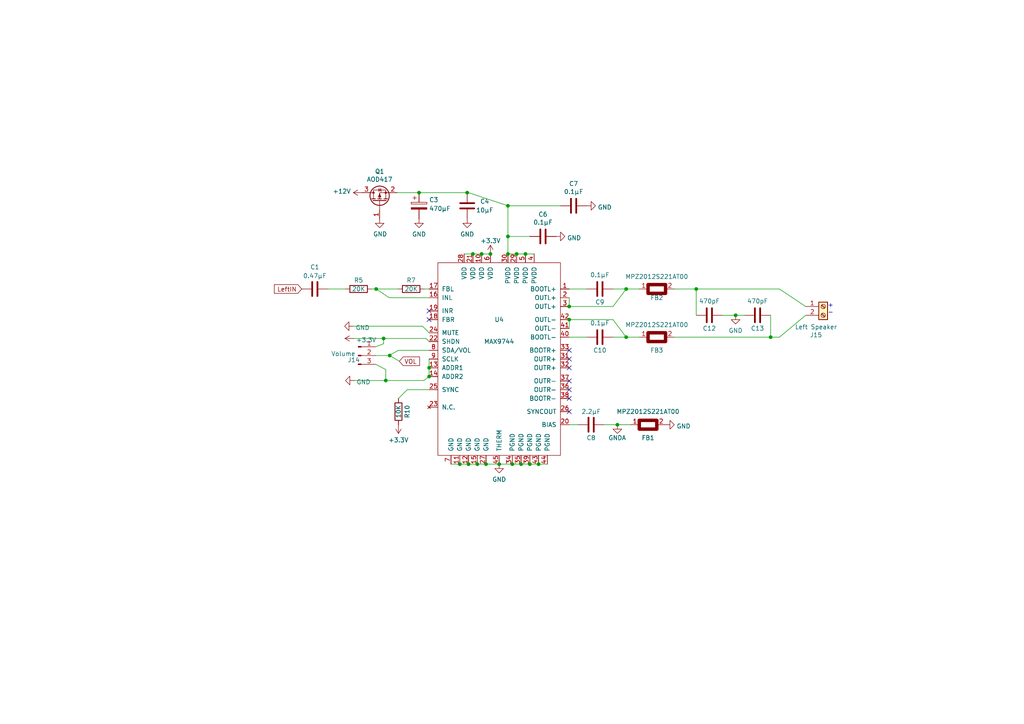
<source format=kicad_sch>
(kicad_sch (version 20211123) (generator eeschema)

  (uuid 234b723b-9a30-4936-a376-a65624ccc762)

  (paper "A4")

  (lib_symbols
    (symbol "Connector:Conn_01x03_Male" (pin_names (offset 1.016) hide) (in_bom yes) (on_board yes)
      (property "Reference" "J" (id 0) (at 0 5.08 0)
        (effects (font (size 1.27 1.27)))
      )
      (property "Value" "Conn_01x03_Male" (id 1) (at 0 -5.08 0)
        (effects (font (size 1.27 1.27)))
      )
      (property "Footprint" "" (id 2) (at 0 0 0)
        (effects (font (size 1.27 1.27)) hide)
      )
      (property "Datasheet" "~" (id 3) (at 0 0 0)
        (effects (font (size 1.27 1.27)) hide)
      )
      (property "ki_keywords" "connector" (id 4) (at 0 0 0)
        (effects (font (size 1.27 1.27)) hide)
      )
      (property "ki_description" "Generic connector, single row, 01x03, script generated (kicad-library-utils/schlib/autogen/connector/)" (id 5) (at 0 0 0)
        (effects (font (size 1.27 1.27)) hide)
      )
      (property "ki_fp_filters" "Connector*:*_1x??_*" (id 6) (at 0 0 0)
        (effects (font (size 1.27 1.27)) hide)
      )
      (symbol "Conn_01x03_Male_1_1"
        (polyline
          (pts
            (xy 1.27 -2.54)
            (xy 0.8636 -2.54)
          )
          (stroke (width 0.1524) (type default) (color 0 0 0 0))
          (fill (type none))
        )
        (polyline
          (pts
            (xy 1.27 0)
            (xy 0.8636 0)
          )
          (stroke (width 0.1524) (type default) (color 0 0 0 0))
          (fill (type none))
        )
        (polyline
          (pts
            (xy 1.27 2.54)
            (xy 0.8636 2.54)
          )
          (stroke (width 0.1524) (type default) (color 0 0 0 0))
          (fill (type none))
        )
        (rectangle (start 0.8636 -2.413) (end 0 -2.667)
          (stroke (width 0.1524) (type default) (color 0 0 0 0))
          (fill (type outline))
        )
        (rectangle (start 0.8636 0.127) (end 0 -0.127)
          (stroke (width 0.1524) (type default) (color 0 0 0 0))
          (fill (type outline))
        )
        (rectangle (start 0.8636 2.667) (end 0 2.413)
          (stroke (width 0.1524) (type default) (color 0 0 0 0))
          (fill (type outline))
        )
        (pin passive line (at 5.08 2.54 180) (length 3.81)
          (name "Pin_1" (effects (font (size 1.27 1.27))))
          (number "1" (effects (font (size 1.27 1.27))))
        )
        (pin passive line (at 5.08 0 180) (length 3.81)
          (name "Pin_2" (effects (font (size 1.27 1.27))))
          (number "2" (effects (font (size 1.27 1.27))))
        )
        (pin passive line (at 5.08 -2.54 180) (length 3.81)
          (name "Pin_3" (effects (font (size 1.27 1.27))))
          (number "3" (effects (font (size 1.27 1.27))))
        )
      )
    )
    (symbol "Connector:Screw_Terminal_01x02" (pin_names (offset 1.016) hide) (in_bom yes) (on_board yes)
      (property "Reference" "J" (id 0) (at 0 2.54 0)
        (effects (font (size 1.27 1.27)))
      )
      (property "Value" "Screw_Terminal_01x02" (id 1) (at 0 -5.08 0)
        (effects (font (size 1.27 1.27)))
      )
      (property "Footprint" "" (id 2) (at 0 0 0)
        (effects (font (size 1.27 1.27)) hide)
      )
      (property "Datasheet" "~" (id 3) (at 0 0 0)
        (effects (font (size 1.27 1.27)) hide)
      )
      (property "ki_keywords" "screw terminal" (id 4) (at 0 0 0)
        (effects (font (size 1.27 1.27)) hide)
      )
      (property "ki_description" "Generic screw terminal, single row, 01x02, script generated (kicad-library-utils/schlib/autogen/connector/)" (id 5) (at 0 0 0)
        (effects (font (size 1.27 1.27)) hide)
      )
      (property "ki_fp_filters" "TerminalBlock*:*" (id 6) (at 0 0 0)
        (effects (font (size 1.27 1.27)) hide)
      )
      (symbol "Screw_Terminal_01x02_1_1"
        (rectangle (start -1.27 1.27) (end 1.27 -3.81)
          (stroke (width 0.254) (type default) (color 0 0 0 0))
          (fill (type background))
        )
        (circle (center 0 -2.54) (radius 0.635)
          (stroke (width 0.1524) (type default) (color 0 0 0 0))
          (fill (type none))
        )
        (polyline
          (pts
            (xy -0.5334 -2.2098)
            (xy 0.3302 -3.048)
          )
          (stroke (width 0.1524) (type default) (color 0 0 0 0))
          (fill (type none))
        )
        (polyline
          (pts
            (xy -0.5334 0.3302)
            (xy 0.3302 -0.508)
          )
          (stroke (width 0.1524) (type default) (color 0 0 0 0))
          (fill (type none))
        )
        (polyline
          (pts
            (xy -0.3556 -2.032)
            (xy 0.508 -2.8702)
          )
          (stroke (width 0.1524) (type default) (color 0 0 0 0))
          (fill (type none))
        )
        (polyline
          (pts
            (xy -0.3556 0.508)
            (xy 0.508 -0.3302)
          )
          (stroke (width 0.1524) (type default) (color 0 0 0 0))
          (fill (type none))
        )
        (circle (center 0 0) (radius 0.635)
          (stroke (width 0.1524) (type default) (color 0 0 0 0))
          (fill (type none))
        )
        (pin passive line (at -5.08 0 0) (length 3.81)
          (name "Pin_1" (effects (font (size 1.27 1.27))))
          (number "1" (effects (font (size 1.27 1.27))))
        )
        (pin passive line (at -5.08 -2.54 0) (length 3.81)
          (name "Pin_2" (effects (font (size 1.27 1.27))))
          (number "2" (effects (font (size 1.27 1.27))))
        )
      )
    )
    (symbol "Device:C" (pin_numbers hide) (pin_names (offset 0.254)) (in_bom yes) (on_board yes)
      (property "Reference" "C" (id 0) (at 0.635 2.54 0)
        (effects (font (size 1.27 1.27)) (justify left))
      )
      (property "Value" "C" (id 1) (at 0.635 -2.54 0)
        (effects (font (size 1.27 1.27)) (justify left))
      )
      (property "Footprint" "" (id 2) (at 0.9652 -3.81 0)
        (effects (font (size 1.27 1.27)) hide)
      )
      (property "Datasheet" "~" (id 3) (at 0 0 0)
        (effects (font (size 1.27 1.27)) hide)
      )
      (property "ki_keywords" "cap capacitor" (id 4) (at 0 0 0)
        (effects (font (size 1.27 1.27)) hide)
      )
      (property "ki_description" "Unpolarized capacitor" (id 5) (at 0 0 0)
        (effects (font (size 1.27 1.27)) hide)
      )
      (property "ki_fp_filters" "C_*" (id 6) (at 0 0 0)
        (effects (font (size 1.27 1.27)) hide)
      )
      (symbol "C_0_1"
        (polyline
          (pts
            (xy -2.032 -0.762)
            (xy 2.032 -0.762)
          )
          (stroke (width 0.508) (type default) (color 0 0 0 0))
          (fill (type none))
        )
        (polyline
          (pts
            (xy -2.032 0.762)
            (xy 2.032 0.762)
          )
          (stroke (width 0.508) (type default) (color 0 0 0 0))
          (fill (type none))
        )
      )
      (symbol "C_1_1"
        (pin passive line (at 0 3.81 270) (length 2.794)
          (name "~" (effects (font (size 1.27 1.27))))
          (number "1" (effects (font (size 1.27 1.27))))
        )
        (pin passive line (at 0 -3.81 90) (length 2.794)
          (name "~" (effects (font (size 1.27 1.27))))
          (number "2" (effects (font (size 1.27 1.27))))
        )
      )
    )
    (symbol "Device:C_Polarized" (pin_numbers hide) (pin_names (offset 0.254)) (in_bom yes) (on_board yes)
      (property "Reference" "C" (id 0) (at 0.635 2.54 0)
        (effects (font (size 1.27 1.27)) (justify left))
      )
      (property "Value" "C_Polarized" (id 1) (at 0.635 -2.54 0)
        (effects (font (size 1.27 1.27)) (justify left))
      )
      (property "Footprint" "" (id 2) (at 0.9652 -3.81 0)
        (effects (font (size 1.27 1.27)) hide)
      )
      (property "Datasheet" "~" (id 3) (at 0 0 0)
        (effects (font (size 1.27 1.27)) hide)
      )
      (property "ki_keywords" "cap capacitor" (id 4) (at 0 0 0)
        (effects (font (size 1.27 1.27)) hide)
      )
      (property "ki_description" "Polarized capacitor" (id 5) (at 0 0 0)
        (effects (font (size 1.27 1.27)) hide)
      )
      (property "ki_fp_filters" "CP_*" (id 6) (at 0 0 0)
        (effects (font (size 1.27 1.27)) hide)
      )
      (symbol "C_Polarized_0_1"
        (rectangle (start -2.286 0.508) (end 2.286 1.016)
          (stroke (width 0) (type default) (color 0 0 0 0))
          (fill (type none))
        )
        (polyline
          (pts
            (xy -1.778 2.286)
            (xy -0.762 2.286)
          )
          (stroke (width 0) (type default) (color 0 0 0 0))
          (fill (type none))
        )
        (polyline
          (pts
            (xy -1.27 2.794)
            (xy -1.27 1.778)
          )
          (stroke (width 0) (type default) (color 0 0 0 0))
          (fill (type none))
        )
        (rectangle (start 2.286 -0.508) (end -2.286 -1.016)
          (stroke (width 0) (type default) (color 0 0 0 0))
          (fill (type outline))
        )
      )
      (symbol "C_Polarized_1_1"
        (pin passive line (at 0 3.81 270) (length 2.794)
          (name "~" (effects (font (size 1.27 1.27))))
          (number "1" (effects (font (size 1.27 1.27))))
        )
        (pin passive line (at 0 -3.81 90) (length 2.794)
          (name "~" (effects (font (size 1.27 1.27))))
          (number "2" (effects (font (size 1.27 1.27))))
        )
      )
    )
    (symbol "Device:R" (pin_numbers hide) (pin_names (offset 0)) (in_bom yes) (on_board yes)
      (property "Reference" "R" (id 0) (at 2.032 0 90)
        (effects (font (size 1.27 1.27)))
      )
      (property "Value" "R" (id 1) (at 0 0 90)
        (effects (font (size 1.27 1.27)))
      )
      (property "Footprint" "" (id 2) (at -1.778 0 90)
        (effects (font (size 1.27 1.27)) hide)
      )
      (property "Datasheet" "~" (id 3) (at 0 0 0)
        (effects (font (size 1.27 1.27)) hide)
      )
      (property "ki_keywords" "R res resistor" (id 4) (at 0 0 0)
        (effects (font (size 1.27 1.27)) hide)
      )
      (property "ki_description" "Resistor" (id 5) (at 0 0 0)
        (effects (font (size 1.27 1.27)) hide)
      )
      (property "ki_fp_filters" "R_*" (id 6) (at 0 0 0)
        (effects (font (size 1.27 1.27)) hide)
      )
      (symbol "R_0_1"
        (rectangle (start -1.016 -2.54) (end 1.016 2.54)
          (stroke (width 0.254) (type default) (color 0 0 0 0))
          (fill (type none))
        )
      )
      (symbol "R_1_1"
        (pin passive line (at 0 3.81 270) (length 1.27)
          (name "~" (effects (font (size 1.27 1.27))))
          (number "1" (effects (font (size 1.27 1.27))))
        )
        (pin passive line (at 0 -3.81 90) (length 1.27)
          (name "~" (effects (font (size 1.27 1.27))))
          (number "2" (effects (font (size 1.27 1.27))))
        )
      )
    )
    (symbol "Transistor_FET:AO3401A" (pin_names hide) (in_bom yes) (on_board yes)
      (property "Reference" "Q" (id 0) (at 5.08 1.905 0)
        (effects (font (size 1.27 1.27)) (justify left))
      )
      (property "Value" "AO3401A" (id 1) (at 5.08 0 0)
        (effects (font (size 1.27 1.27)) (justify left))
      )
      (property "Footprint" "Package_TO_SOT_SMD:SOT-23" (id 2) (at 5.08 -1.905 0)
        (effects (font (size 1.27 1.27) italic) (justify left) hide)
      )
      (property "Datasheet" "http://www.aosmd.com/pdfs/datasheet/AO3401A.pdf" (id 3) (at 0 0 0)
        (effects (font (size 1.27 1.27)) (justify left) hide)
      )
      (property "ki_keywords" "P-Channel MOSFET" (id 4) (at 0 0 0)
        (effects (font (size 1.27 1.27)) hide)
      )
      (property "ki_description" "-4.0A Id, -30V Vds, P-Channel MOSFET, SOT-23" (id 5) (at 0 0 0)
        (effects (font (size 1.27 1.27)) hide)
      )
      (property "ki_fp_filters" "SOT?23*" (id 6) (at 0 0 0)
        (effects (font (size 1.27 1.27)) hide)
      )
      (symbol "AO3401A_0_1"
        (polyline
          (pts
            (xy 0.254 0)
            (xy -2.54 0)
          )
          (stroke (width 0) (type default) (color 0 0 0 0))
          (fill (type none))
        )
        (polyline
          (pts
            (xy 0.254 1.905)
            (xy 0.254 -1.905)
          )
          (stroke (width 0.254) (type default) (color 0 0 0 0))
          (fill (type none))
        )
        (polyline
          (pts
            (xy 0.762 -1.27)
            (xy 0.762 -2.286)
          )
          (stroke (width 0.254) (type default) (color 0 0 0 0))
          (fill (type none))
        )
        (polyline
          (pts
            (xy 0.762 0.508)
            (xy 0.762 -0.508)
          )
          (stroke (width 0.254) (type default) (color 0 0 0 0))
          (fill (type none))
        )
        (polyline
          (pts
            (xy 0.762 2.286)
            (xy 0.762 1.27)
          )
          (stroke (width 0.254) (type default) (color 0 0 0 0))
          (fill (type none))
        )
        (polyline
          (pts
            (xy 2.54 2.54)
            (xy 2.54 1.778)
          )
          (stroke (width 0) (type default) (color 0 0 0 0))
          (fill (type none))
        )
        (polyline
          (pts
            (xy 2.54 -2.54)
            (xy 2.54 0)
            (xy 0.762 0)
          )
          (stroke (width 0) (type default) (color 0 0 0 0))
          (fill (type none))
        )
        (polyline
          (pts
            (xy 0.762 1.778)
            (xy 3.302 1.778)
            (xy 3.302 -1.778)
            (xy 0.762 -1.778)
          )
          (stroke (width 0) (type default) (color 0 0 0 0))
          (fill (type none))
        )
        (polyline
          (pts
            (xy 2.286 0)
            (xy 1.27 0.381)
            (xy 1.27 -0.381)
            (xy 2.286 0)
          )
          (stroke (width 0) (type default) (color 0 0 0 0))
          (fill (type outline))
        )
        (polyline
          (pts
            (xy 2.794 -0.508)
            (xy 2.921 -0.381)
            (xy 3.683 -0.381)
            (xy 3.81 -0.254)
          )
          (stroke (width 0) (type default) (color 0 0 0 0))
          (fill (type none))
        )
        (polyline
          (pts
            (xy 3.302 -0.381)
            (xy 2.921 0.254)
            (xy 3.683 0.254)
            (xy 3.302 -0.381)
          )
          (stroke (width 0) (type default) (color 0 0 0 0))
          (fill (type none))
        )
        (circle (center 1.651 0) (radius 2.794)
          (stroke (width 0.254) (type default) (color 0 0 0 0))
          (fill (type none))
        )
        (circle (center 2.54 -1.778) (radius 0.254)
          (stroke (width 0) (type default) (color 0 0 0 0))
          (fill (type outline))
        )
        (circle (center 2.54 1.778) (radius 0.254)
          (stroke (width 0) (type default) (color 0 0 0 0))
          (fill (type outline))
        )
      )
      (symbol "AO3401A_1_1"
        (pin input line (at -5.08 0 0) (length 2.54)
          (name "G" (effects (font (size 1.27 1.27))))
          (number "1" (effects (font (size 1.27 1.27))))
        )
        (pin passive line (at 2.54 -5.08 90) (length 2.54)
          (name "S" (effects (font (size 1.27 1.27))))
          (number "2" (effects (font (size 1.27 1.27))))
        )
        (pin passive line (at 2.54 5.08 270) (length 2.54)
          (name "D" (effects (font (size 1.27 1.27))))
          (number "3" (effects (font (size 1.27 1.27))))
        )
      )
    )
    (symbol "UsefulModifications:MAX9744" (pin_names (offset 1.1176)) (in_bom yes) (on_board yes)
      (property "Reference" "U" (id 0) (at 0 3.81 0)
        (effects (font (size 1.27 1.27)))
      )
      (property "Value" "MAX9744" (id 1) (at 0 6.35 0)
        (effects (font (size 1.27 1.27)))
      )
      (property "Footprint" "" (id 2) (at 0 6.35 0)
        (effects (font (size 1.27 1.27)) hide)
      )
      (property "Datasheet" "" (id 3) (at 0 6.35 0)
        (effects (font (size 1.27 1.27)) hide)
      )
      (symbol "MAX9744_0_1"
        (polyline
          (pts
            (xy -17.78 22.86)
            (xy 17.78 22.86)
            (xy 17.78 -33.02)
            (xy -17.78 -33.02)
            (xy -17.78 22.86)
          )
          (stroke (width 0) (type default) (color 0 0 0 0))
          (fill (type none))
        )
      )
      (symbol "MAX9744_1_1"
        (pin output line (at 20.32 15.24 180) (length 2.54)
          (name "BOOTL+" (effects (font (size 1.27 1.27))))
          (number "1" (effects (font (size 1.27 1.27))))
        )
        (pin power_in line (at -5.08 25.4 270) (length 2.54)
          (name "VDD" (effects (font (size 1.27 1.27))))
          (number "10" (effects (font (size 1.27 1.27))))
        )
        (pin passive line (at -11.43 -35.56 90) (length 2.54)
          (name "GND" (effects (font (size 1.27 1.27))))
          (number "11" (effects (font (size 1.27 1.27))))
        )
        (pin passive line (at -8.89 -35.56 90) (length 2.54)
          (name "GND" (effects (font (size 1.27 1.27))))
          (number "12" (effects (font (size 1.27 1.27))))
        )
        (pin input line (at -20.32 -7.62 0) (length 2.54)
          (name "ADDR1" (effects (font (size 1.27 1.27))))
          (number "13" (effects (font (size 1.27 1.27))))
        )
        (pin input line (at -20.32 -10.16 0) (length 2.54)
          (name "ADDR2" (effects (font (size 1.27 1.27))))
          (number "14" (effects (font (size 1.27 1.27))))
        )
        (pin passive line (at -6.35 -35.56 90) (length 2.54)
          (name "GND" (effects (font (size 1.27 1.27))))
          (number "15" (effects (font (size 1.27 1.27))))
        )
        (pin passive line (at -20.32 12.7 0) (length 2.54)
          (name "INL" (effects (font (size 1.27 1.27))))
          (number "16" (effects (font (size 1.27 1.27))))
        )
        (pin passive line (at -20.32 15.24 0) (length 2.54)
          (name "FBL" (effects (font (size 1.27 1.27))))
          (number "17" (effects (font (size 1.27 1.27))))
        )
        (pin passive line (at -20.32 6.35 0) (length 2.54)
          (name "FBR" (effects (font (size 1.27 1.27))))
          (number "18" (effects (font (size 1.27 1.27))))
        )
        (pin passive line (at -20.32 8.89 0) (length 2.54)
          (name "INR" (effects (font (size 1.27 1.27))))
          (number "19" (effects (font (size 1.27 1.27))))
        )
        (pin passive line (at 20.32 12.7 180) (length 2.54)
          (name "OUTL+" (effects (font (size 1.27 1.27))))
          (number "2" (effects (font (size 1.27 1.27))))
        )
        (pin passive line (at 20.32 -24.13 180) (length 2.54)
          (name "BIAS" (effects (font (size 1.27 1.27))))
          (number "20" (effects (font (size 1.27 1.27))))
        )
        (pin power_in line (at -7.62 25.4 270) (length 2.54)
          (name "VDD" (effects (font (size 1.27 1.27))))
          (number "21" (effects (font (size 1.27 1.27))))
        )
        (pin input line (at -20.32 0 0) (length 2.54)
          (name "SHDN" (effects (font (size 1.27 1.27))))
          (number "22" (effects (font (size 1.27 1.27))))
        )
        (pin no_connect line (at -20.32 -19.05 0) (length 2.54)
          (name "N.C." (effects (font (size 1.27 1.27))))
          (number "23" (effects (font (size 1.27 1.27))))
        )
        (pin input line (at -20.32 2.54 0) (length 2.54)
          (name "MUTE" (effects (font (size 1.27 1.27))))
          (number "24" (effects (font (size 1.27 1.27))))
        )
        (pin input line (at -20.32 -13.97 0) (length 2.54)
          (name "SYNC" (effects (font (size 1.27 1.27))))
          (number "25" (effects (font (size 1.27 1.27))))
        )
        (pin output line (at 20.32 -20.32 180) (length 2.54)
          (name "SYNCOUT" (effects (font (size 1.27 1.27))))
          (number "26" (effects (font (size 1.27 1.27))))
        )
        (pin passive line (at -3.81 -35.56 90) (length 2.54)
          (name "GND" (effects (font (size 1.27 1.27))))
          (number "27" (effects (font (size 1.27 1.27))))
        )
        (pin power_in line (at -10.16 25.4 270) (length 2.54)
          (name "VDD" (effects (font (size 1.27 1.27))))
          (number "28" (effects (font (size 1.27 1.27))))
        )
        (pin power_in line (at 5.08 25.4 270) (length 2.54)
          (name "PVDD" (effects (font (size 1.27 1.27))))
          (number "29" (effects (font (size 1.27 1.27))))
        )
        (pin output line (at 20.32 10.16 180) (length 2.54)
          (name "OUTL+" (effects (font (size 1.27 1.27))))
          (number "3" (effects (font (size 1.27 1.27))))
        )
        (pin power_in line (at 2.54 25.4 270) (length 2.54)
          (name "PVDD" (effects (font (size 1.27 1.27))))
          (number "30" (effects (font (size 1.27 1.27))))
        )
        (pin output line (at 20.32 -5.08 180) (length 2.54)
          (name "OUTR+" (effects (font (size 1.27 1.27))))
          (number "31" (effects (font (size 1.27 1.27))))
        )
        (pin output line (at 20.32 -7.62 180) (length 2.54)
          (name "OUTR+" (effects (font (size 1.27 1.27))))
          (number "32" (effects (font (size 1.27 1.27))))
        )
        (pin output line (at 20.32 -2.54 180) (length 2.54)
          (name "BOOTR+" (effects (font (size 1.27 1.27))))
          (number "33" (effects (font (size 1.27 1.27))))
        )
        (pin passive line (at 3.81 -35.56 90) (length 2.54)
          (name "PGND" (effects (font (size 1.27 1.27))))
          (number "34" (effects (font (size 1.27 1.27))))
        )
        (pin passive line (at 6.35 -35.56 90) (length 2.54)
          (name "PGND" (effects (font (size 1.27 1.27))))
          (number "35" (effects (font (size 1.27 1.27))))
        )
        (pin output line (at 20.32 -13.97 180) (length 2.54)
          (name "OUTR-" (effects (font (size 1.27 1.27))))
          (number "36" (effects (font (size 1.27 1.27))))
        )
        (pin output line (at 20.32 -11.43 180) (length 2.54)
          (name "OUTR-" (effects (font (size 1.27 1.27))))
          (number "37" (effects (font (size 1.27 1.27))))
        )
        (pin output line (at 20.32 -16.51 180) (length 2.54)
          (name "BOOTR-" (effects (font (size 1.27 1.27))))
          (number "38" (effects (font (size 1.27 1.27))))
        )
        (pin passive line (at 8.89 -35.56 90) (length 2.54)
          (name "PGND" (effects (font (size 1.27 1.27))))
          (number "39" (effects (font (size 1.27 1.27))))
        )
        (pin power_in line (at 10.16 25.4 270) (length 2.54)
          (name "PVDD" (effects (font (size 1.27 1.27))))
          (number "4" (effects (font (size 1.27 1.27))))
        )
        (pin output line (at 20.32 1.27 180) (length 2.54)
          (name "BOOTL-" (effects (font (size 1.27 1.27))))
          (number "40" (effects (font (size 1.27 1.27))))
        )
        (pin passive line (at 20.32 3.81 180) (length 2.54)
          (name "OUTL-" (effects (font (size 1.27 1.27))))
          (number "41" (effects (font (size 1.27 1.27))))
        )
        (pin output line (at 20.32 6.35 180) (length 2.54)
          (name "OUTL-" (effects (font (size 1.27 1.27))))
          (number "42" (effects (font (size 1.27 1.27))))
        )
        (pin passive line (at 11.43 -35.56 90) (length 2.54)
          (name "PGND" (effects (font (size 1.27 1.27))))
          (number "43" (effects (font (size 1.27 1.27))))
        )
        (pin passive line (at 13.97 -35.56 90) (length 2.54)
          (name "PGND" (effects (font (size 1.27 1.27))))
          (number "44" (effects (font (size 1.27 1.27))))
        )
        (pin passive line (at 0 -35.56 90) (length 2.54)
          (name "THERM" (effects (font (size 1.27 1.27))))
          (number "45" (effects (font (size 1.27 1.27))))
        )
        (pin power_in line (at 7.62 25.4 270) (length 2.54)
          (name "PVDD" (effects (font (size 1.27 1.27))))
          (number "5" (effects (font (size 1.27 1.27))))
        )
        (pin power_in line (at -2.54 25.4 270) (length 2.54)
          (name "VDD" (effects (font (size 1.27 1.27))))
          (number "6" (effects (font (size 1.27 1.27))))
        )
        (pin passive line (at -13.97 -35.56 90) (length 2.54)
          (name "GND" (effects (font (size 1.27 1.27))))
          (number "7" (effects (font (size 1.27 1.27))))
        )
        (pin input line (at -20.32 -2.54 0) (length 2.54)
          (name "SDA/VOL" (effects (font (size 1.27 1.27))))
          (number "8" (effects (font (size 1.27 1.27))))
        )
        (pin input line (at -20.32 -5.08 0) (length 2.54)
          (name "SCLK" (effects (font (size 1.27 1.27))))
          (number "9" (effects (font (size 1.27 1.27))))
        )
      )
    )
    (symbol "UsefulModifications:MPZ2012S221AT00" (pin_names (offset 1.016)) (in_bom yes) (on_board yes)
      (property "Reference" "FB" (id 0) (at 0 -2.54 0)
        (effects (font (size 1.27 1.27)))
      )
      (property "Value" "MPZ2012S221AT00" (id 1) (at 0 0 0)
        (effects (font (size 1.27 1.27)))
      )
      (property "Footprint" "" (id 2) (at 0 0 0)
        (effects (font (size 1.27 1.27)) hide)
      )
      (property "Datasheet" "" (id 3) (at 0 0 0)
        (effects (font (size 1.27 1.27)) hide)
      )
      (symbol "MPZ2012S221AT00_0_1"
        (polyline
          (pts
            (xy -2.54 -6.35)
            (xy -2.54 -5.08)
            (xy 2.54 -5.08)
            (xy 2.54 -6.35)
            (xy 2.54 -7.62)
            (xy -2.54 -7.62)
            (xy -2.54 -6.35)
            (xy -2.54 -5.08)
          )
          (stroke (width 0.9906) (type default) (color 0 0 0 0))
          (fill (type none))
        )
      )
      (symbol "MPZ2012S221AT00_1_1"
        (pin passive line (at -5.08 -6.35 0) (length 2.54)
          (name "~" (effects (font (size 1.27 1.27))))
          (number "1" (effects (font (size 1.27 1.27))))
        )
        (pin passive line (at 5.08 -6.35 180) (length 2.54)
          (name "~" (effects (font (size 1.27 1.27))))
          (number "2" (effects (font (size 1.27 1.27))))
        )
      )
    )
    (symbol "power:+12V" (power) (pin_names (offset 0)) (in_bom yes) (on_board yes)
      (property "Reference" "#PWR" (id 0) (at 0 -3.81 0)
        (effects (font (size 1.27 1.27)) hide)
      )
      (property "Value" "+12V" (id 1) (at 0 3.556 0)
        (effects (font (size 1.27 1.27)))
      )
      (property "Footprint" "" (id 2) (at 0 0 0)
        (effects (font (size 1.27 1.27)) hide)
      )
      (property "Datasheet" "" (id 3) (at 0 0 0)
        (effects (font (size 1.27 1.27)) hide)
      )
      (property "ki_keywords" "power-flag" (id 4) (at 0 0 0)
        (effects (font (size 1.27 1.27)) hide)
      )
      (property "ki_description" "Power symbol creates a global label with name \"+12V\"" (id 5) (at 0 0 0)
        (effects (font (size 1.27 1.27)) hide)
      )
      (symbol "+12V_0_1"
        (polyline
          (pts
            (xy -0.762 1.27)
            (xy 0 2.54)
          )
          (stroke (width 0) (type default) (color 0 0 0 0))
          (fill (type none))
        )
        (polyline
          (pts
            (xy 0 0)
            (xy 0 2.54)
          )
          (stroke (width 0) (type default) (color 0 0 0 0))
          (fill (type none))
        )
        (polyline
          (pts
            (xy 0 2.54)
            (xy 0.762 1.27)
          )
          (stroke (width 0) (type default) (color 0 0 0 0))
          (fill (type none))
        )
      )
      (symbol "+12V_1_1"
        (pin power_in line (at 0 0 90) (length 0) hide
          (name "+12V" (effects (font (size 1.27 1.27))))
          (number "1" (effects (font (size 1.27 1.27))))
        )
      )
    )
    (symbol "power:+3.3V" (power) (pin_names (offset 0)) (in_bom yes) (on_board yes)
      (property "Reference" "#PWR" (id 0) (at 0 -3.81 0)
        (effects (font (size 1.27 1.27)) hide)
      )
      (property "Value" "+3.3V" (id 1) (at 0 3.556 0)
        (effects (font (size 1.27 1.27)))
      )
      (property "Footprint" "" (id 2) (at 0 0 0)
        (effects (font (size 1.27 1.27)) hide)
      )
      (property "Datasheet" "" (id 3) (at 0 0 0)
        (effects (font (size 1.27 1.27)) hide)
      )
      (property "ki_keywords" "power-flag" (id 4) (at 0 0 0)
        (effects (font (size 1.27 1.27)) hide)
      )
      (property "ki_description" "Power symbol creates a global label with name \"+3.3V\"" (id 5) (at 0 0 0)
        (effects (font (size 1.27 1.27)) hide)
      )
      (symbol "+3.3V_0_1"
        (polyline
          (pts
            (xy -0.762 1.27)
            (xy 0 2.54)
          )
          (stroke (width 0) (type default) (color 0 0 0 0))
          (fill (type none))
        )
        (polyline
          (pts
            (xy 0 0)
            (xy 0 2.54)
          )
          (stroke (width 0) (type default) (color 0 0 0 0))
          (fill (type none))
        )
        (polyline
          (pts
            (xy 0 2.54)
            (xy 0.762 1.27)
          )
          (stroke (width 0) (type default) (color 0 0 0 0))
          (fill (type none))
        )
      )
      (symbol "+3.3V_1_1"
        (pin power_in line (at 0 0 90) (length 0) hide
          (name "+3.3V" (effects (font (size 1.27 1.27))))
          (number "1" (effects (font (size 1.27 1.27))))
        )
      )
    )
    (symbol "power:GND" (power) (pin_names (offset 0)) (in_bom yes) (on_board yes)
      (property "Reference" "#PWR" (id 0) (at 0 -6.35 0)
        (effects (font (size 1.27 1.27)) hide)
      )
      (property "Value" "GND" (id 1) (at 0 -3.81 0)
        (effects (font (size 1.27 1.27)))
      )
      (property "Footprint" "" (id 2) (at 0 0 0)
        (effects (font (size 1.27 1.27)) hide)
      )
      (property "Datasheet" "" (id 3) (at 0 0 0)
        (effects (font (size 1.27 1.27)) hide)
      )
      (property "ki_keywords" "power-flag" (id 4) (at 0 0 0)
        (effects (font (size 1.27 1.27)) hide)
      )
      (property "ki_description" "Power symbol creates a global label with name \"GND\" , ground" (id 5) (at 0 0 0)
        (effects (font (size 1.27 1.27)) hide)
      )
      (symbol "GND_0_1"
        (polyline
          (pts
            (xy 0 0)
            (xy 0 -1.27)
            (xy 1.27 -1.27)
            (xy 0 -2.54)
            (xy -1.27 -1.27)
            (xy 0 -1.27)
          )
          (stroke (width 0) (type default) (color 0 0 0 0))
          (fill (type none))
        )
      )
      (symbol "GND_1_1"
        (pin power_in line (at 0 0 270) (length 0) hide
          (name "GND" (effects (font (size 1.27 1.27))))
          (number "1" (effects (font (size 1.27 1.27))))
        )
      )
    )
    (symbol "power:GNDA" (power) (pin_names (offset 0)) (in_bom yes) (on_board yes)
      (property "Reference" "#PWR" (id 0) (at 0 -6.35 0)
        (effects (font (size 1.27 1.27)) hide)
      )
      (property "Value" "GNDA" (id 1) (at 0 -3.81 0)
        (effects (font (size 1.27 1.27)))
      )
      (property "Footprint" "" (id 2) (at 0 0 0)
        (effects (font (size 1.27 1.27)) hide)
      )
      (property "Datasheet" "" (id 3) (at 0 0 0)
        (effects (font (size 1.27 1.27)) hide)
      )
      (property "ki_keywords" "power-flag" (id 4) (at 0 0 0)
        (effects (font (size 1.27 1.27)) hide)
      )
      (property "ki_description" "Power symbol creates a global label with name \"GNDA\" , analog ground" (id 5) (at 0 0 0)
        (effects (font (size 1.27 1.27)) hide)
      )
      (symbol "GNDA_0_1"
        (polyline
          (pts
            (xy 0 0)
            (xy 0 -1.27)
            (xy 1.27 -1.27)
            (xy 0 -2.54)
            (xy -1.27 -1.27)
            (xy 0 -1.27)
          )
          (stroke (width 0) (type default) (color 0 0 0 0))
          (fill (type none))
        )
      )
      (symbol "GNDA_1_1"
        (pin power_in line (at 0 0 270) (length 0) hide
          (name "GNDA" (effects (font (size 1.27 1.27))))
          (number "1" (effects (font (size 1.27 1.27))))
        )
      )
    )
  )

  (junction (at 139.7 73.66) (diameter 0) (color 0 0 0 0)
    (uuid 08b60cda-94b4-40bc-9fb3-0df011ab15cb)
  )
  (junction (at 152.4 73.66) (diameter 0) (color 0 0 0 0)
    (uuid 08c6fed7-1e93-407a-bbc1-0f1ad8bd76ef)
  )
  (junction (at 124.46 109.22) (diameter 0) (color 0 0 0 0)
    (uuid 0eae99bb-39c0-4cc9-aa07-6ba84ad036e9)
  )
  (junction (at 165.1 88.9) (diameter 0) (color 0 0 0 0)
    (uuid 12bcef34-dcc4-41ef-9e09-414172ae591a)
  )
  (junction (at 153.67 134.62) (diameter 0) (color 0 0 0 0)
    (uuid 1a8de7ed-6e07-453c-ba22-ccf6345c8842)
  )
  (junction (at 179.07 123.19) (diameter 0) (color 0 0 0 0)
    (uuid 1d498142-9dae-4aa2-b239-c1cc44d4b8d1)
  )
  (junction (at 121.539 55.88) (diameter 0) (color 0 0 0 0)
    (uuid 1e0ba137-8c90-45ea-bc5d-038577ae60b8)
  )
  (junction (at 109.093 83.82) (diameter 0) (color 0 0 0 0)
    (uuid 23cd0909-2f95-4fe4-8463-428dbde46459)
  )
  (junction (at 213.36 91.44) (diameter 0) (color 0 0 0 0)
    (uuid 269839cc-8d1c-432d-a099-6ad6aa65fae0)
  )
  (junction (at 111.887 110.363) (diameter 0) (color 0 0 0 0)
    (uuid 39829e58-34ec-45e8-862d-029b75db567f)
  )
  (junction (at 135.509 55.88) (diameter 0) (color 0 0 0 0)
    (uuid 3e86e853-0c43-4a15-86f6-f59c1ede4133)
  )
  (junction (at 151.13 134.62) (diameter 0) (color 0 0 0 0)
    (uuid 4278e84d-ecf4-431b-a1f2-b3325df2c9a6)
  )
  (junction (at 147.32 73.66) (diameter 0) (color 0 0 0 0)
    (uuid 544309f8-dff4-4e83-a8de-e24f73041524)
  )
  (junction (at 133.35 134.62) (diameter 0) (color 0 0 0 0)
    (uuid 5f0f4087-b3a9-4748-a986-7a7480061c5a)
  )
  (junction (at 181.61 83.82) (diameter 0) (color 0 0 0 0)
    (uuid 64f40b24-41ba-4bb4-8403-bdd25d5ccf75)
  )
  (junction (at 147.32 59.69) (diameter 0) (color 0 0 0 0)
    (uuid 69f1dbb8-1bb2-456c-bc43-f19ae9506614)
  )
  (junction (at 147.32 68.58) (diameter 0) (color 0 0 0 0)
    (uuid 6a52d1ae-6193-4365-9dca-d72ad731e6f4)
  )
  (junction (at 181.61 97.79) (diameter 0) (color 0 0 0 0)
    (uuid 6aa60061-12f6-45b7-9ad8-faceefd44887)
  )
  (junction (at 137.16 73.66) (diameter 0) (color 0 0 0 0)
    (uuid 6dfcc443-321a-4417-95c9-87e22b21e327)
  )
  (junction (at 111.252 98.171) (diameter 0) (color 0 0 0 0)
    (uuid 766a7de1-e04b-42e1-9615-2acaa37c1819)
  )
  (junction (at 165.1 92.71) (diameter 0) (color 0 0 0 0)
    (uuid 774b5cf1-b7c6-492a-9c89-ab58cbf9dbdd)
  )
  (junction (at 142.24 73.66) (diameter 0) (color 0 0 0 0)
    (uuid 780770b3-5606-47a6-b821-f020b1da85f4)
  )
  (junction (at 223.52 97.79) (diameter 0) (color 0 0 0 0)
    (uuid 7ed909b3-feb5-4a28-9bb0-0358e49f5fa8)
  )
  (junction (at 148.59 134.62) (diameter 0) (color 0 0 0 0)
    (uuid 82286802-5d7f-4f52-ae62-58957d4cb290)
  )
  (junction (at 140.97 134.62) (diameter 0) (color 0 0 0 0)
    (uuid 98999dca-e409-4bf0-b62c-fc65b7b17fc9)
  )
  (junction (at 138.43 134.62) (diameter 0) (color 0 0 0 0)
    (uuid a7dfb933-0b0a-4f86-9949-e2df6a48a20f)
  )
  (junction (at 124.46 106.68) (diameter 0) (color 0 0 0 0)
    (uuid aede2a69-9682-44b5-8530-91f9feff500e)
  )
  (junction (at 156.21 134.62) (diameter 0) (color 0 0 0 0)
    (uuid b839d2a4-770b-47df-82c8-e4bf293cfb43)
  )
  (junction (at 144.78 134.62) (diameter 0) (color 0 0 0 0)
    (uuid c11b6eeb-ea79-4ce3-80e3-a79c705af0df)
  )
  (junction (at 135.89 134.62) (diameter 0) (color 0 0 0 0)
    (uuid ddd17676-d9a5-47a8-892b-14aea820565b)
  )
  (junction (at 113.03 103.124) (diameter 0) (color 0 0 0 0)
    (uuid e5a2d5c0-dc75-479f-aefa-680d2721017e)
  )
  (junction (at 149.86 73.66) (diameter 0) (color 0 0 0 0)
    (uuid ea5cae8c-d32c-43bc-b89c-a301753b0ed2)
  )
  (junction (at 201.93 83.82) (diameter 0) (color 0 0 0 0)
    (uuid ff9abd88-8263-4a72-b035-8e68518799a1)
  )

  (no_connect (at 165.1 110.49) (uuid 8378b5f2-9cc4-4d6f-95d4-134697d30466))
  (no_connect (at 165.1 113.03) (uuid 86ed772c-c3d5-4dfc-9d07-872ec5d703b5))
  (no_connect (at 165.1 119.38) (uuid 8fdf28ec-8aee-4669-a087-d55f0781eaa4))
  (no_connect (at 165.1 104.14) (uuid 91a56be2-a409-4f71-8173-1154604455c7))
  (no_connect (at 165.1 106.68) (uuid a8ca06e3-976c-45f0-a69d-09debcbeed6c))
  (no_connect (at 165.1 101.6) (uuid c15530dc-b42f-41b6-9219-2086bf58a77c))
  (no_connect (at 124.46 90.17) (uuid de2874fb-c1be-40ac-86a9-209dfe8df46f))
  (no_connect (at 124.46 92.71) (uuid de2874fb-c1be-40ac-86a9-209dfe8df470))
  (no_connect (at 165.1 115.57) (uuid f66d8b53-24d7-4bc3-9cc7-b01eabdcb0c5))

  (wire (pts (xy 138.43 134.62) (xy 140.97 134.62))
    (stroke (width 0) (type default) (color 0 0 0 0))
    (uuid 010a0b5e-df49-4cf4-93cb-494a155d3dee)
  )
  (wire (pts (xy 130.81 134.62) (xy 133.35 134.62))
    (stroke (width 0) (type default) (color 0 0 0 0))
    (uuid 0464e16f-002a-45d4-8ce7-5122029a0c06)
  )
  (wire (pts (xy 109.093 83.82) (xy 107.823 83.82))
    (stroke (width 0) (type default) (color 0 0 0 0))
    (uuid 058d1d23-0a58-4069-a285-8150e3f79c81)
  )
  (wire (pts (xy 135.509 55.88) (xy 135.89 55.88))
    (stroke (width 0) (type default) (color 0 0 0 0))
    (uuid 05a0a96d-598e-4a17-b5fc-166a0181a6c1)
  )
  (wire (pts (xy 181.61 97.79) (xy 185.42 97.79))
    (stroke (width 0) (type default) (color 0 0 0 0))
    (uuid 0e3af883-5421-4185-ac50-30e8988b3895)
  )
  (wire (pts (xy 179.07 123.19) (xy 182.88 123.19))
    (stroke (width 0) (type default) (color 0 0 0 0))
    (uuid 11217bef-79b8-43c3-9eaa-7b0bea3f1def)
  )
  (wire (pts (xy 144.78 134.62) (xy 148.59 134.62))
    (stroke (width 0) (type default) (color 0 0 0 0))
    (uuid 14dbaebb-a8d8-4dea-9d97-49aaa228af7a)
  )
  (wire (pts (xy 226.06 97.79) (xy 233.68 91.44))
    (stroke (width 0) (type default) (color 0 0 0 0))
    (uuid 159286c0-34d8-436a-953a-5de7db374ab2)
  )
  (wire (pts (xy 165.1 95.25) (xy 165.1 92.71))
    (stroke (width 0) (type default) (color 0 0 0 0))
    (uuid 19a7dbcf-a717-4e27-9dff-dfeade07db0b)
  )
  (wire (pts (xy 123.063 83.82) (xy 124.46 83.82))
    (stroke (width 0) (type default) (color 0 0 0 0))
    (uuid 1bbe42c3-94d7-4030-ae76-07e364be86a9)
  )
  (wire (pts (xy 153.67 134.62) (xy 156.21 134.62))
    (stroke (width 0) (type default) (color 0 0 0 0))
    (uuid 1bd1520d-1420-4955-9586-f6c1e879df6f)
  )
  (wire (pts (xy 165.1 123.19) (xy 167.64 123.19))
    (stroke (width 0) (type default) (color 0 0 0 0))
    (uuid 1c8ca12c-2789-4a0f-8dc6-9ad117ede447)
  )
  (wire (pts (xy 111.252 98.171) (xy 123.571 98.171))
    (stroke (width 0) (type default) (color 0 0 0 0))
    (uuid 1c901021-d560-49e7-be40-b14f3d060fcc)
  )
  (wire (pts (xy 156.21 134.62) (xy 158.75 134.62))
    (stroke (width 0) (type default) (color 0 0 0 0))
    (uuid 22aea179-6df3-489d-b71f-97db9d1da884)
  )
  (wire (pts (xy 102.616 98.171) (xy 111.252 98.171))
    (stroke (width 0) (type default) (color 0 0 0 0))
    (uuid 2366d463-b255-4900-88af-53a9342e14d8)
  )
  (wire (pts (xy 177.8 97.79) (xy 181.61 97.79))
    (stroke (width 0) (type default) (color 0 0 0 0))
    (uuid 284011b3-b0d2-463f-a09e-34e066c4455b)
  )
  (wire (pts (xy 115.57 115.57) (xy 118.11 113.03))
    (stroke (width 0) (type default) (color 0 0 0 0))
    (uuid 3b3b07a2-cac1-403a-a2b7-4bee0d3526b7)
  )
  (wire (pts (xy 135.89 55.88) (xy 147.32 59.69))
    (stroke (width 0) (type default) (color 0 0 0 0))
    (uuid 3ea1756c-024a-4a40-81c9-ae3b5a65e951)
  )
  (wire (pts (xy 124.46 104.14) (xy 124.46 106.68))
    (stroke (width 0) (type default) (color 0 0 0 0))
    (uuid 4135711b-4ef5-4486-9f37-a2fe5ece61ca)
  )
  (wire (pts (xy 118.11 113.03) (xy 124.46 113.03))
    (stroke (width 0) (type default) (color 0 0 0 0))
    (uuid 41398efa-bb8f-44db-ab28-a82965bc3ab4)
  )
  (wire (pts (xy 137.16 73.66) (xy 139.7 73.66))
    (stroke (width 0) (type default) (color 0 0 0 0))
    (uuid 4288fe3d-9531-415a-813f-5fa8ae351a55)
  )
  (wire (pts (xy 108.966 105.664) (xy 111.887 107.188))
    (stroke (width 0) (type default) (color 0 0 0 0))
    (uuid 4822c742-3e4f-42e4-8817-6ed326708d1c)
  )
  (wire (pts (xy 115.57 101.6) (xy 113.284 102.87))
    (stroke (width 0) (type default) (color 0 0 0 0))
    (uuid 499737f6-bad1-4f6f-b8c5-751ceb5b6e6b)
  )
  (wire (pts (xy 111.252 99.695) (xy 111.252 98.171))
    (stroke (width 0) (type default) (color 0 0 0 0))
    (uuid 4a318d3b-ae5e-499a-84d1-ce7b890d62e4)
  )
  (wire (pts (xy 201.93 91.44) (xy 201.93 83.82))
    (stroke (width 0) (type default) (color 0 0 0 0))
    (uuid 4b84c093-db80-48d6-a9e5-17936e0ec2fe)
  )
  (wire (pts (xy 95.123 83.82) (xy 100.203 83.82))
    (stroke (width 0) (type default) (color 0 0 0 0))
    (uuid 51f4674c-0d8b-4b58-b3a4-0d7f4693d840)
  )
  (wire (pts (xy 113.03 103.124) (xy 115.824 104.775))
    (stroke (width 0) (type default) (color 0 0 0 0))
    (uuid 53b6a74f-e278-4ab1-aab8-e22ff4060058)
  )
  (wire (pts (xy 177.8 88.9) (xy 181.61 83.82))
    (stroke (width 0) (type default) (color 0 0 0 0))
    (uuid 574f67ab-f124-4bc8-a328-e5932c125c20)
  )
  (wire (pts (xy 147.32 59.69) (xy 147.32 68.58))
    (stroke (width 0) (type default) (color 0 0 0 0))
    (uuid 58b55baf-689c-4aae-83d5-4f925db69b8b)
  )
  (wire (pts (xy 123.571 98.171) (xy 124.46 99.06))
    (stroke (width 0) (type default) (color 0 0 0 0))
    (uuid 5c4f5f89-79f5-4ebb-a842-4a258d7f8bd3)
  )
  (wire (pts (xy 177.8 83.82) (xy 181.61 83.82))
    (stroke (width 0) (type default) (color 0 0 0 0))
    (uuid 611855ac-d616-4973-889f-ccc423c96c05)
  )
  (wire (pts (xy 223.52 91.44) (xy 223.52 97.79))
    (stroke (width 0) (type default) (color 0 0 0 0))
    (uuid 6198f5b8-00df-4427-95e7-c89f56f9d2dd)
  )
  (wire (pts (xy 112.903 86.36) (xy 124.46 86.36))
    (stroke (width 0) (type default) (color 0 0 0 0))
    (uuid 64ade8b9-7f86-43fa-892d-e62d228e261a)
  )
  (wire (pts (xy 113.03 103.124) (xy 108.966 103.124))
    (stroke (width 0) (type default) (color 0 0 0 0))
    (uuid 66c96e9e-e56c-4c5d-ac7f-26d497998dfb)
  )
  (wire (pts (xy 122.936 110.363) (xy 111.887 110.363))
    (stroke (width 0) (type default) (color 0 0 0 0))
    (uuid 6d655e02-33b5-44c7-a02b-eac2e62609af)
  )
  (wire (pts (xy 213.36 91.44) (xy 215.9 91.44))
    (stroke (width 0) (type default) (color 0 0 0 0))
    (uuid 73a15d75-eed9-445b-99bc-38957f6246d5)
  )
  (wire (pts (xy 147.32 73.66) (xy 147.32 68.58))
    (stroke (width 0) (type default) (color 0 0 0 0))
    (uuid 742a423c-4c08-4621-b8b8-dbdb021fa79f)
  )
  (wire (pts (xy 177.8 92.71) (xy 181.61 97.79))
    (stroke (width 0) (type default) (color 0 0 0 0))
    (uuid 74a335c5-17bb-4137-98e9-648d84258f72)
  )
  (wire (pts (xy 175.26 123.19) (xy 179.07 123.19))
    (stroke (width 0) (type default) (color 0 0 0 0))
    (uuid 79d62584-cf6d-492e-8371-0d990c4f3ffd)
  )
  (wire (pts (xy 147.32 59.69) (xy 162.56 59.69))
    (stroke (width 0) (type default) (color 0 0 0 0))
    (uuid 7e05d297-238d-49f9-99b7-9c7ac5a3881e)
  )
  (wire (pts (xy 147.32 68.58) (xy 153.67 68.58))
    (stroke (width 0) (type default) (color 0 0 0 0))
    (uuid 8322ce68-72bc-42aa-a183-8602544d5da6)
  )
  (wire (pts (xy 165.1 83.82) (xy 170.18 83.82))
    (stroke (width 0) (type default) (color 0 0 0 0))
    (uuid 838d603f-5eee-42b9-b6a9-c970a58a9e99)
  )
  (wire (pts (xy 181.61 83.82) (xy 185.42 83.82))
    (stroke (width 0) (type default) (color 0 0 0 0))
    (uuid 84710fd0-6355-4c66-82f4-2e526a986fd4)
  )
  (wire (pts (xy 108.966 100.584) (xy 111.252 99.695))
    (stroke (width 0) (type default) (color 0 0 0 0))
    (uuid 8502af65-3106-40e1-bc87-764396dfdf53)
  )
  (wire (pts (xy 195.58 97.79) (xy 223.52 97.79))
    (stroke (width 0) (type default) (color 0 0 0 0))
    (uuid 86dd5fc7-4eb5-45de-9e46-2de720937d7d)
  )
  (wire (pts (xy 149.86 73.66) (xy 152.4 73.66))
    (stroke (width 0) (type default) (color 0 0 0 0))
    (uuid 87456825-6054-4ca2-bb2d-a39ad412e07c)
  )
  (wire (pts (xy 102.489 94.615) (xy 122.555 94.615))
    (stroke (width 0) (type default) (color 0 0 0 0))
    (uuid 8dd88fb0-2d61-427a-951e-107097eafc12)
  )
  (wire (pts (xy 151.13 134.62) (xy 153.67 134.62))
    (stroke (width 0) (type default) (color 0 0 0 0))
    (uuid 8e2d2f79-f860-4bc6-bdcf-b3fd096e4ab4)
  )
  (wire (pts (xy 139.7 73.66) (xy 142.24 73.66))
    (stroke (width 0) (type default) (color 0 0 0 0))
    (uuid 8ef7994a-b1d4-4052-85fd-b7de11fabbcb)
  )
  (wire (pts (xy 165.1 88.9) (xy 177.8 88.9))
    (stroke (width 0) (type default) (color 0 0 0 0))
    (uuid 92997ec0-4384-4dc6-8699-8319edee5796)
  )
  (wire (pts (xy 165.1 97.79) (xy 170.18 97.79))
    (stroke (width 0) (type default) (color 0 0 0 0))
    (uuid 92c8a7d9-32fc-40d8-9914-f48bf07d5a00)
  )
  (wire (pts (xy 135.89 134.62) (xy 138.43 134.62))
    (stroke (width 0) (type default) (color 0 0 0 0))
    (uuid 93ce0e19-118e-40d7-8302-a9cc39946ba4)
  )
  (wire (pts (xy 121.539 55.88) (xy 135.509 55.88))
    (stroke (width 0) (type default) (color 0 0 0 0))
    (uuid a05ddc11-7b94-420a-a097-96defe96cad0)
  )
  (wire (pts (xy 124.46 109.22) (xy 124.46 106.68))
    (stroke (width 0) (type default) (color 0 0 0 0))
    (uuid a434630a-0d00-44f3-bcb7-8c2817f5571d)
  )
  (wire (pts (xy 115.443 83.82) (xy 109.093 83.82))
    (stroke (width 0) (type default) (color 0 0 0 0))
    (uuid a55ac69a-b78d-4d00-b6c5-4d1f82292237)
  )
  (wire (pts (xy 133.35 134.62) (xy 135.89 134.62))
    (stroke (width 0) (type default) (color 0 0 0 0))
    (uuid a8afee71-1b54-4983-b6ad-f5145e42298a)
  )
  (wire (pts (xy 134.62 73.66) (xy 137.16 73.66))
    (stroke (width 0) (type default) (color 0 0 0 0))
    (uuid a93ac188-813d-4698-bf8c-39ae9fd04edd)
  )
  (wire (pts (xy 124.46 109.22) (xy 122.936 110.363))
    (stroke (width 0) (type default) (color 0 0 0 0))
    (uuid b1c456d7-73c9-4293-8caf-759f4ffd4fa4)
  )
  (wire (pts (xy 223.52 97.79) (xy 226.06 97.79))
    (stroke (width 0) (type default) (color 0 0 0 0))
    (uuid b5f91767-c623-410c-9fa9-7b4be47ddc6b)
  )
  (wire (pts (xy 152.4 73.66) (xy 154.94 73.66))
    (stroke (width 0) (type default) (color 0 0 0 0))
    (uuid bc242ebd-aa3d-4a30-a125-9940ff3e4ef7)
  )
  (wire (pts (xy 115.57 101.6) (xy 124.46 101.6))
    (stroke (width 0) (type default) (color 0 0 0 0))
    (uuid c18f748c-e3f7-438d-b2a9-c39f2251225b)
  )
  (wire (pts (xy 195.58 83.82) (xy 201.93 83.82))
    (stroke (width 0) (type default) (color 0 0 0 0))
    (uuid c1cd6b99-e25e-49f9-99d9-2bbbc545ab67)
  )
  (wire (pts (xy 226.06 83.82) (xy 233.68 88.9))
    (stroke (width 0) (type default) (color 0 0 0 0))
    (uuid c2e92619-00de-42fd-9a46-fd13b4f59337)
  )
  (wire (pts (xy 209.55 91.44) (xy 213.36 91.44))
    (stroke (width 0) (type default) (color 0 0 0 0))
    (uuid c609e705-fb93-4fb5-b182-150a7b6170d5)
  )
  (wire (pts (xy 115.189 55.88) (xy 121.539 55.88))
    (stroke (width 0) (type default) (color 0 0 0 0))
    (uuid c74af64e-538c-4373-bb42-761276ce5fa2)
  )
  (wire (pts (xy 112.903 86.36) (xy 109.093 83.82))
    (stroke (width 0) (type default) (color 0 0 0 0))
    (uuid c94f31de-685a-406c-9a31-abd9b244f22b)
  )
  (wire (pts (xy 140.97 134.62) (xy 144.78 134.62))
    (stroke (width 0) (type default) (color 0 0 0 0))
    (uuid ccd7daf1-187b-4758-bd4b-813f6df8d010)
  )
  (wire (pts (xy 147.32 73.66) (xy 149.86 73.66))
    (stroke (width 0) (type default) (color 0 0 0 0))
    (uuid d29ae2fa-5ddd-4c78-ab7c-f15dba961725)
  )
  (wire (pts (xy 148.59 134.62) (xy 151.13 134.62))
    (stroke (width 0) (type default) (color 0 0 0 0))
    (uuid d5fa52fe-5ee3-47f1-8be9-c083afd5a7f5)
  )
  (wire (pts (xy 111.887 107.188) (xy 111.887 110.363))
    (stroke (width 0) (type default) (color 0 0 0 0))
    (uuid db79b3bf-04e7-49c6-bdae-49a3bd084fff)
  )
  (wire (pts (xy 122.555 94.615) (xy 124.46 96.52))
    (stroke (width 0) (type default) (color 0 0 0 0))
    (uuid df50e7de-5882-42a9-8f38-6581f6916166)
  )
  (wire (pts (xy 113.284 102.87) (xy 113.03 103.124))
    (stroke (width 0) (type default) (color 0 0 0 0))
    (uuid eb7be56e-b82c-41a5-91d4-6ea062bb8591)
  )
  (wire (pts (xy 165.1 92.71) (xy 177.8 92.71))
    (stroke (width 0) (type default) (color 0 0 0 0))
    (uuid ec6041c2-97a8-4ca9-9892-20f9e8af92ec)
  )
  (wire (pts (xy 111.887 110.363) (xy 102.743 110.363))
    (stroke (width 0) (type default) (color 0 0 0 0))
    (uuid f8e157de-9ae2-4025-990d-3e4d8bbb5121)
  )
  (wire (pts (xy 201.93 83.82) (xy 226.06 83.82))
    (stroke (width 0) (type default) (color 0 0 0 0))
    (uuid fc44d44a-c6d7-4aec-aa99-7207f5a23c85)
  )
  (wire (pts (xy 165.1 86.36) (xy 165.1 88.9))
    (stroke (width 0) (type default) (color 0 0 0 0))
    (uuid fe58e10b-f01a-41e3-8578-e328e57367a6)
  )

  (text "+\n-" (at 240.03 91.44 0)
    (effects (font (size 1.27 1.27)) (justify left bottom))
    (uuid f1e4ad5e-3786-4ced-b409-901d5a75603a)
  )

  (global_label "LeftIN" (shape input) (at 87.503 83.82 180) (fields_autoplaced)
    (effects (font (size 1.27 1.27)) (justify right))
    (uuid 0298db1f-8ac1-4f4d-840d-ea1f6442987f)
    (property "Intersheet References" "${INTERSHEET_REFS}" (id 0) (at 7.493 2.54 0)
      (effects (font (size 1.27 1.27)) hide)
    )
  )
  (global_label "VOL" (shape input) (at 115.824 104.775 0) (fields_autoplaced)
    (effects (font (size 1.27 1.27)) (justify left))
    (uuid 0e1c01dd-6905-4c4c-911c-be7a98da0a97)
    (property "Intersheet References" "${INTERSHEET_REFS}" (id 0) (at -3.556 1.397 0)
      (effects (font (size 1.27 1.27)) hide)
    )
  )

  (symbol (lib_id "UsefulModifications:MAX9744") (at 144.78 99.06 0) (unit 1)
    (in_bom yes) (on_board yes)
    (uuid 00000000-0000-0000-0000-00005f4e616f)
    (property "Reference" "U4" (id 0) (at 144.78 92.71 0))
    (property "Value" "MAX9744" (id 1) (at 144.78 99.06 0))
    (property "Footprint" "Useful Modifications:max9744eth&plus_Mod" (id 2) (at 144.78 92.71 0)
      (effects (font (size 1.27 1.27)) hide)
    )
    (property "Datasheet" "https://datasheets.maximintegrated.com/en/ds/MAX9744.pdf" (id 3) (at 144.78 92.71 0)
      (effects (font (size 1.27 1.27)) hide)
    )
    (property "DigiKey ID" "MAX9744ETH+-ND" (id 4) (at 144.78 99.06 0)
      (effects (font (size 1.27 1.27)) hide)
    )
    (pin "1" (uuid 7534cffc-f291-4feb-8d89-0c3afce24397))
    (pin "10" (uuid 26897051-2193-468e-b403-86a17a85d2b9))
    (pin "11" (uuid faff1070-1960-4a56-95fd-9488c3ae241c))
    (pin "12" (uuid 0a29270c-2a6b-47e2-b10d-af260dbcf32f))
    (pin "13" (uuid a2e5cf96-bbba-4d19-a60e-70516c8e160d))
    (pin "14" (uuid 65a0cf14-ab42-4e21-844e-d4dc1c975b1c))
    (pin "15" (uuid 0b6264c1-621c-43a0-aa8c-f6486be67853))
    (pin "16" (uuid 76fe8b45-581c-4ff0-aa1d-373bae08e9db))
    (pin "17" (uuid 58fd2f85-5048-4904-91e9-9558edee0753))
    (pin "18" (uuid 3e0a3a02-ae30-49a9-beca-8166456ee9bc))
    (pin "19" (uuid ad254096-fef4-4ccf-9bc0-a68a4a0e2381))
    (pin "2" (uuid c439017b-ac4a-4262-b4b1-76e0fa2dc14c))
    (pin "20" (uuid 3fe34c99-2ae3-4cac-aec8-44cb06bee9c5))
    (pin "21" (uuid a30a46d6-8712-4d3d-9f07-de0e1cf63c26))
    (pin "22" (uuid 25298c39-2e71-4746-bf48-c69d82dcc19c))
    (pin "23" (uuid f72709be-aebe-4dff-aaf2-0cfe248951ae))
    (pin "24" (uuid b0bbad0a-71f6-42d5-ab7e-a0379b228a93))
    (pin "25" (uuid 257f79a9-b141-4384-aeca-c8e580b89ea0))
    (pin "26" (uuid 36c69923-40d6-4780-beae-a3e4f44afd16))
    (pin "27" (uuid 2a0176d4-2975-47a1-8c86-d46fe60626f5))
    (pin "28" (uuid 0757677f-b296-4714-b59a-c2c751bf863d))
    (pin "29" (uuid c1c5ca0b-fab4-4cbb-9a53-f745653061d1))
    (pin "3" (uuid 1dc3a2bf-bc50-4a1f-b81b-6af96c1d6928))
    (pin "30" (uuid c17def63-a2c1-4275-8a40-e130d47e0959))
    (pin "31" (uuid 452bbab7-287d-423f-b571-9fc61dfcb940))
    (pin "32" (uuid 6192e70e-a5f5-4695-b7b7-2573a7db8ceb))
    (pin "33" (uuid fb88e832-a682-4aa9-b9ee-45b1c5ccccc3))
    (pin "34" (uuid 15a24745-316c-4f11-9997-a6a16d03fddf))
    (pin "35" (uuid dcaed227-077c-425b-9124-596d3bac1399))
    (pin "36" (uuid c7ca7d5a-4c3a-43df-bfb9-2836c280d914))
    (pin "37" (uuid 9aafb7eb-9ee6-40cd-91d8-e191608b6435))
    (pin "38" (uuid 61f84468-a997-4649-9056-a4de2b588966))
    (pin "39" (uuid 77d073bd-250c-48c7-b696-d993649865ff))
    (pin "4" (uuid 330d7d93-b440-482a-a87f-2decaf16006e))
    (pin "40" (uuid eef9717b-f585-4382-b2a4-6947db83cfb6))
    (pin "41" (uuid b111d7ae-c48e-4d7e-84ae-e6d270717910))
    (pin "42" (uuid 079bd2e5-cef5-4b5b-a290-35ed09aded21))
    (pin "43" (uuid 820677d0-6f66-46bb-a35b-3d293252e5ea))
    (pin "44" (uuid 1a424191-8247-4e7d-ac5d-e0bb9a1f454e))
    (pin "45" (uuid b08c611e-618e-4927-8b7b-deba5a0041a4))
    (pin "5" (uuid 788bf2f2-9d09-40f6-9121-b84f34c0eb02))
    (pin "6" (uuid a9c9484c-b6ee-44ac-a29e-3ddf748be70a))
    (pin "7" (uuid a27a9ee4-02fd-41ec-8b7a-d9e31978ec1a))
    (pin "8" (uuid b58e656a-cf6c-460b-b5b9-fa7173cd7f95))
    (pin "9" (uuid 981da025-3406-420c-952a-3eadc52ec4a4))
  )

  (symbol (lib_id "Device:C") (at 157.48 68.58 270) (unit 1)
    (in_bom yes) (on_board yes)
    (uuid 00000000-0000-0000-0000-00005f4eb6a2)
    (property "Reference" "C6" (id 0) (at 157.48 62.1792 90))
    (property "Value" "0.1µF" (id 1) (at 157.48 64.4906 90))
    (property "Footprint" "Capacitor_SMD:C_0805_2012Metric_Pad1.15x1.40mm_HandSolder" (id 2) (at 153.67 69.5452 0)
      (effects (font (size 1.27 1.27)) hide)
    )
    (property "Datasheet" "https://content.kemet.com/datasheets/KEM_C1002_X7R_SMD.pdf" (id 3) (at 157.48 68.58 0)
      (effects (font (size 1.27 1.27)) hide)
    )
    (property "DigiKey ID" "	399-8000-1-ND" (id 4) (at 157.48 68.58 0)
      (effects (font (size 1.27 1.27)) hide)
    )
    (pin "1" (uuid 90869890-6382-426a-b125-2b1645da2bb1))
    (pin "2" (uuid 48c4380d-202d-4c88-ada1-95ab00befb0e))
  )

  (symbol (lib_id "Device:C") (at 166.37 59.69 270) (unit 1)
    (in_bom yes) (on_board yes)
    (uuid 00000000-0000-0000-0000-00005f4ebc99)
    (property "Reference" "C7" (id 0) (at 166.37 53.2892 90))
    (property "Value" "0.1µF" (id 1) (at 166.37 55.6006 90))
    (property "Footprint" "Capacitor_SMD:C_0805_2012Metric_Pad1.15x1.40mm_HandSolder" (id 2) (at 162.56 60.6552 0)
      (effects (font (size 1.27 1.27)) hide)
    )
    (property "Datasheet" "https://content.kemet.com/datasheets/KEM_C1002_X7R_SMD.pdf" (id 3) (at 166.37 59.69 0)
      (effects (font (size 1.27 1.27)) hide)
    )
    (property "DigiKey ID" "	399-8000-1-ND" (id 4) (at 166.37 59.69 0)
      (effects (font (size 1.27 1.27)) hide)
    )
    (pin "1" (uuid d5720ba8-a948-4f4f-90cb-288b6c534261))
    (pin "2" (uuid 8b5aa9b6-a15e-4554-ab75-c16b6689d662))
  )

  (symbol (lib_id "Device:C") (at 173.99 83.82 270) (unit 1)
    (in_bom yes) (on_board yes)
    (uuid 00000000-0000-0000-0000-00005f4ef5c5)
    (property "Reference" "C9" (id 0) (at 173.99 87.63 90))
    (property "Value" "0.1µF" (id 1) (at 173.99 79.7306 90))
    (property "Footprint" "Capacitor_SMD:C_0805_2012Metric_Pad1.15x1.40mm_HandSolder" (id 2) (at 170.18 84.7852 0)
      (effects (font (size 1.27 1.27)) hide)
    )
    (property "Datasheet" "https://content.kemet.com/datasheets/KEM_C1002_X7R_SMD.pdf" (id 3) (at 173.99 83.82 0)
      (effects (font (size 1.27 1.27)) hide)
    )
    (property "DigiKey ID" "	399-8000-1-ND" (id 4) (at 173.99 83.82 0)
      (effects (font (size 1.27 1.27)) hide)
    )
    (pin "1" (uuid ef428baa-7b1e-46d8-930e-546f49df53cd))
    (pin "2" (uuid 831384a3-1bea-41f2-b417-9a49350298fa))
  )

  (symbol (lib_id "Device:C") (at 173.99 97.79 270) (unit 1)
    (in_bom yes) (on_board yes)
    (uuid 00000000-0000-0000-0000-00005f4efd08)
    (property "Reference" "C10" (id 0) (at 173.99 101.6 90))
    (property "Value" "0.1µF" (id 1) (at 173.99 93.7006 90))
    (property "Footprint" "Capacitor_SMD:C_0805_2012Metric_Pad1.15x1.40mm_HandSolder" (id 2) (at 170.18 98.7552 0)
      (effects (font (size 1.27 1.27)) hide)
    )
    (property "Datasheet" "https://content.kemet.com/datasheets/KEM_C1002_X7R_SMD.pdf" (id 3) (at 173.99 97.79 0)
      (effects (font (size 1.27 1.27)) hide)
    )
    (property "DigiKey ID" "	399-8000-1-ND" (id 4) (at 173.99 97.79 0)
      (effects (font (size 1.27 1.27)) hide)
    )
    (pin "1" (uuid d33e351c-7763-4988-84b5-3f3657b00453))
    (pin "2" (uuid 752800b5-7876-48da-8427-e9e3e7b0d384))
  )

  (symbol (lib_id "UsefulModifications:MPZ2012S221AT00") (at 190.5 77.47 0) (unit 1)
    (in_bom yes) (on_board yes)
    (uuid 00000000-0000-0000-0000-00005f4f1648)
    (property "Reference" "FB2" (id 0) (at 190.5 86.36 0))
    (property "Value" "MPZ2012S221AT00" (id 1) (at 190.5 80.2386 0))
    (property "Footprint" "Inductor_SMD:L_0805_2012Metric_Pad1.15x1.40mm_HandSolder" (id 2) (at 190.5 77.47 0)
      (effects (font (size 1.27 1.27)) hide)
    )
    (property "Datasheet" "https://product.tdk.com/info/en/catalog/datasheets/beads_commercial_power_mpz2012_en.pdf" (id 3) (at 190.5 77.47 0)
      (effects (font (size 1.27 1.27)) hide)
    )
    (property "DigiKey ID" "445-1568-1-ND" (id 4) (at 190.5 77.47 0)
      (effects (font (size 1.27 1.27)) hide)
    )
    (pin "1" (uuid 15ad64b7-cb53-4534-ab6d-3a056001e896))
    (pin "2" (uuid 7cf119b4-b61c-47c5-a45d-66d893de237f))
  )

  (symbol (lib_id "UsefulModifications:MPZ2012S221AT00") (at 190.5 91.44 0) (unit 1)
    (in_bom yes) (on_board yes)
    (uuid 00000000-0000-0000-0000-00005f4f1fad)
    (property "Reference" "FB3" (id 0) (at 190.5 101.6 0))
    (property "Value" "MPZ2012S221AT00" (id 1) (at 190.5 94.2086 0))
    (property "Footprint" "Inductor_SMD:L_0805_2012Metric_Pad1.15x1.40mm_HandSolder" (id 2) (at 190.5 91.44 0)
      (effects (font (size 1.27 1.27)) hide)
    )
    (property "Datasheet" "https://product.tdk.com/info/en/catalog/datasheets/beads_commercial_power_mpz2012_en.pdf" (id 3) (at 190.5 91.44 0)
      (effects (font (size 1.27 1.27)) hide)
    )
    (property "DigiKey ID" "445-1568-1-ND" (id 4) (at 190.5 91.44 0)
      (effects (font (size 1.27 1.27)) hide)
    )
    (pin "1" (uuid 850af196-3bbb-480c-8bc8-c7c41a8add94))
    (pin "2" (uuid 71393ac4-64ac-4214-aca6-30837c6200b0))
  )

  (symbol (lib_id "Device:C") (at 205.74 91.44 270) (unit 1)
    (in_bom yes) (on_board yes)
    (uuid 00000000-0000-0000-0000-00005f4f23e8)
    (property "Reference" "C12" (id 0) (at 205.74 95.25 90))
    (property "Value" "470pF" (id 1) (at 205.74 87.3506 90))
    (property "Footprint" "Capacitor_SMD:C_0805_2012Metric_Pad1.15x1.40mm_HandSolder" (id 2) (at 201.93 92.4052 0)
      (effects (font (size 1.27 1.27)) hide)
    )
    (property "Datasheet" "https://content.kemet.com/datasheets/KEM_C1002_X7R_SMD.pdf" (id 3) (at 205.74 91.44 0)
      (effects (font (size 1.27 1.27)) hide)
    )
    (property "DigiKey ID" "399-1142-1-ND" (id 4) (at 205.74 91.44 0)
      (effects (font (size 1.27 1.27)) hide)
    )
    (pin "1" (uuid 7a1ca622-43ed-470b-9ee7-a91ea0b99354))
    (pin "2" (uuid 2750b706-2877-451d-9200-f2cfa10bf2b6))
  )

  (symbol (lib_id "Device:C") (at 219.71 91.44 270) (unit 1)
    (in_bom yes) (on_board yes)
    (uuid 00000000-0000-0000-0000-00005f4f3a11)
    (property "Reference" "C13" (id 0) (at 219.71 95.25 90))
    (property "Value" "470pF" (id 1) (at 219.71 87.3506 90))
    (property "Footprint" "Capacitor_SMD:C_0805_2012Metric_Pad1.15x1.40mm_HandSolder" (id 2) (at 215.9 92.4052 0)
      (effects (font (size 1.27 1.27)) hide)
    )
    (property "Datasheet" "https://content.kemet.com/datasheets/KEM_C1002_X7R_SMD.pdf" (id 3) (at 219.71 91.44 0)
      (effects (font (size 1.27 1.27)) hide)
    )
    (property "DigiKey ID" "399-1142-1-ND" (id 4) (at 219.71 91.44 0)
      (effects (font (size 1.27 1.27)) hide)
    )
    (pin "1" (uuid 70ae1c7b-daf9-4a4a-8b4e-23fe0ccf57d5))
    (pin "2" (uuid 9f8c6d89-a968-423c-ac5f-7b88329740e1))
  )

  (symbol (lib_id "Connector:Screw_Terminal_01x02") (at 238.76 88.9 0) (unit 1)
    (in_bom yes) (on_board yes)
    (uuid 00000000-0000-0000-0000-00005f4f76d1)
    (property "Reference" "J15" (id 0) (at 236.6772 97.155 0))
    (property "Value" "Left Speaker" (id 1) (at 236.6772 94.8436 0))
    (property "Footprint" "Useful Modifications:TerminalBlock_bornier-2_P5.08mm" (id 2) (at 238.76 88.9 0)
      (effects (font (size 1.27 1.27)) hide)
    )
    (property "Datasheet" "~" (id 3) (at 238.76 88.9 0)
      (effects (font (size 1.27 1.27)) hide)
    )
    (pin "1" (uuid 181eb352-badd-4e7f-a381-f9f03cc33453))
    (pin "2" (uuid fefd368b-beac-421e-9bf4-00aa13168fc9))
  )

  (symbol (lib_id "Device:C") (at 171.45 123.19 90) (unit 1)
    (in_bom yes) (on_board yes)
    (uuid 00000000-0000-0000-0000-00005f5070cc)
    (property "Reference" "C8" (id 0) (at 171.45 127 90))
    (property "Value" "2.2µF" (id 1) (at 171.45 119.38 90))
    (property "Footprint" "Capacitor_SMD:C_0805_2012Metric_Pad1.15x1.40mm_HandSolder" (id 2) (at 175.26 122.2248 0)
      (effects (font (size 1.27 1.27)) hide)
    )
    (property "Datasheet" "https://content.kemet.com/datasheets/KEM_C1002_X7R_SMD.pdf" (id 3) (at 171.45 123.19 0)
      (effects (font (size 1.27 1.27)) hide)
    )
    (property "DigiKey ID" "399-11941-1-ND" (id 4) (at 171.45 123.19 0)
      (effects (font (size 1.27 1.27)) hide)
    )
    (pin "1" (uuid 7d579a06-8e19-43d2-9de4-7777ab1df7da))
    (pin "2" (uuid 0f83dad9-ff0d-4f2f-82f1-3f51e624d12d))
  )

  (symbol (lib_id "UsefulModifications:MPZ2012S221AT00") (at 187.96 116.84 0) (unit 1)
    (in_bom yes) (on_board yes)
    (uuid 00000000-0000-0000-0000-00005f50891d)
    (property "Reference" "FB1" (id 0) (at 187.96 127 0))
    (property "Value" "MPZ2012S221AT00" (id 1) (at 187.96 119.38 0))
    (property "Footprint" "Inductor_SMD:L_0805_2012Metric_Pad1.15x1.40mm_HandSolder" (id 2) (at 187.96 116.84 0)
      (effects (font (size 1.27 1.27)) hide)
    )
    (property "Datasheet" "https://product.tdk.com/info/en/catalog/datasheets/beads_commercial_power_mpz2012_en.pdf" (id 3) (at 187.96 116.84 0)
      (effects (font (size 1.27 1.27)) hide)
    )
    (property "DigiKey ID" "445-1568-1-ND" (id 4) (at 187.96 116.84 0)
      (effects (font (size 1.27 1.27)) hide)
    )
    (pin "1" (uuid 10eb93b3-cd02-4d6d-8225-dad328ba5246))
    (pin "2" (uuid f26cb73a-aa86-42b4-901c-f7b996f8c5b7))
  )

  (symbol (lib_id "power:GNDA") (at 179.07 123.19 0) (unit 1)
    (in_bom yes) (on_board yes)
    (uuid 00000000-0000-0000-0000-00005f50da8d)
    (property "Reference" "#PWR061" (id 0) (at 179.07 129.54 0)
      (effects (font (size 1.27 1.27)) hide)
    )
    (property "Value" "GNDA" (id 1) (at 181.61 127 0)
      (effects (font (size 1.27 1.27)) (justify right))
    )
    (property "Footprint" "" (id 2) (at 179.07 123.19 0)
      (effects (font (size 1.27 1.27)) hide)
    )
    (property "Datasheet" "" (id 3) (at 179.07 123.19 0)
      (effects (font (size 1.27 1.27)) hide)
    )
    (pin "1" (uuid c13c1cfc-2f5f-4255-ae43-8bc1d7f20d32))
  )

  (symbol (lib_id "Device:R") (at 119.253 83.82 270) (unit 1)
    (in_bom yes) (on_board yes)
    (uuid 00000000-0000-0000-0000-00005f50efc2)
    (property "Reference" "R7" (id 0) (at 119.253 81.28 90))
    (property "Value" "20K" (id 1) (at 119.253 83.82 90))
    (property "Footprint" "Resistor_SMD:R_0805_2012Metric_Pad1.15x1.40mm_HandSolder" (id 2) (at 119.253 82.042 90)
      (effects (font (size 1.27 1.27)) hide)
    )
    (property "Datasheet" "https://www.yageo.com/upload/media/product/productsearch/datasheet/rchip/PYu-RC_Group_51_RoHS_L_11.pdf" (id 3) (at 119.253 83.82 0)
      (effects (font (size 1.27 1.27)) hide)
    )
    (property "DigiKey ID" "	311-20.0KCRCT-ND" (id 4) (at 119.253 83.82 0)
      (effects (font (size 1.27 1.27)) hide)
    )
    (pin "1" (uuid 548f9645-8a76-4b8b-b4ae-cd4dbf7adad1))
    (pin "2" (uuid 9d927f71-b1e2-4121-83b6-dc903a64bd5a))
  )

  (symbol (lib_id "Device:R") (at 104.013 83.82 270) (unit 1)
    (in_bom yes) (on_board yes)
    (uuid 00000000-0000-0000-0000-00005f5110ef)
    (property "Reference" "R5" (id 0) (at 104.013 81.28 90))
    (property "Value" "20K" (id 1) (at 104.013 83.82 90))
    (property "Footprint" "Resistor_SMD:R_0805_2012Metric_Pad1.15x1.40mm_HandSolder" (id 2) (at 104.013 82.042 90)
      (effects (font (size 1.27 1.27)) hide)
    )
    (property "Datasheet" "https://www.yageo.com/upload/media/product/productsearch/datasheet/rchip/PYu-RC_Group_51_RoHS_L_11.pdf" (id 3) (at 104.013 83.82 0)
      (effects (font (size 1.27 1.27)) hide)
    )
    (property "DigiKey ID" "	311-20.0KCRCT-ND" (id 4) (at 104.013 83.82 0)
      (effects (font (size 1.27 1.27)) hide)
    )
    (pin "1" (uuid 6d387b7c-b968-40d0-bcd4-db65646181f3))
    (pin "2" (uuid 3c051cc6-4f85-4959-8035-d487c0166e01))
  )

  (symbol (lib_id "Device:C") (at 91.313 83.82 270) (unit 1)
    (in_bom yes) (on_board yes)
    (uuid 00000000-0000-0000-0000-00005f512add)
    (property "Reference" "C1" (id 0) (at 91.313 77.47 90))
    (property "Value" "0.47µF" (id 1) (at 91.313 80.01 90))
    (property "Footprint" "Capacitor_SMD:C_0805_2012Metric_Pad1.15x1.40mm_HandSolder" (id 2) (at 87.503 84.7852 0)
      (effects (font (size 1.27 1.27)) hide)
    )
    (property "Datasheet" "https://content.kemet.com/datasheets/KEM_C1002_X7R_SMD.pdf" (id 3) (at 91.313 83.82 0)
      (effects (font (size 1.27 1.27)) hide)
    )
    (property "DigiKey ID" "399-8099-1-ND" (id 4) (at 91.313 83.82 0)
      (effects (font (size 1.27 1.27)) hide)
    )
    (pin "1" (uuid f507dbe0-9e7a-42f6-bd65-3fa29b534f73))
    (pin "2" (uuid 6d865794-3270-40a4-b104-fb1452a1ed2f))
  )

  (symbol (lib_id "Connector:Conn_01x03_Male") (at 103.886 103.124 0) (unit 1)
    (in_bom yes) (on_board yes)
    (uuid 00000000-0000-0000-0000-00005f516d0d)
    (property "Reference" "J14" (id 0) (at 102.616 104.394 0))
    (property "Value" "Volume" (id 1) (at 99.568 102.616 0))
    (property "Footprint" "Useful Modifications:JST_XH_B3B-XH-A_1x03_P2.54mm_Vertical" (id 2) (at 103.886 103.124 0)
      (effects (font (size 1.27 1.27)) hide)
    )
    (property "Datasheet" "~" (id 3) (at 103.886 103.124 0)
      (effects (font (size 1.27 1.27)) hide)
    )
    (pin "1" (uuid 30a2b261-5018-4bd0-a87a-225797cc6324))
    (pin "2" (uuid 8ef91bc6-8fd7-4706-9cb4-04cdb03e7d88))
    (pin "3" (uuid b4ed879b-1169-48bf-b139-d4cd07405586))
  )

  (symbol (lib_id "Transistor_FET:AO3401A") (at 110.109 58.42 90) (unit 1)
    (in_bom yes) (on_board yes)
    (uuid 00000000-0000-0000-0000-00005f57597e)
    (property "Reference" "Q1" (id 0) (at 110.109 49.7332 90))
    (property "Value" "AOD417" (id 1) (at 110.109 52.0446 90))
    (property "Footprint" "Useful Modifications:TO-252-2pin3D" (id 2) (at 112.014 53.34 0)
      (effects (font (size 1.27 1.27) italic) (justify left) hide)
    )
    (property "Datasheet" "http://aosmd.com/res/data_sheets/AOD417.pdf" (id 3) (at 110.109 58.42 0)
      (effects (font (size 1.27 1.27)) (justify left) hide)
    )
    (property "DigiKey ID" "	785-1106-1-ND" (id 4) (at 110.109 58.42 0)
      (effects (font (size 1.27 1.27)) hide)
    )
    (pin "1" (uuid 6945ec7e-27dc-4959-be1e-f1e6ab6c550d))
    (pin "2" (uuid 4f63e90c-cf62-4d51-82c3-620ba6a7124a))
    (pin "3" (uuid 2fb5b0e5-0230-42a5-807c-3278838c30eb))
  )

  (symbol (lib_id "power:+12V") (at 105.029 55.88 90) (unit 1)
    (in_bom yes) (on_board yes)
    (uuid 00000000-0000-0000-0000-00005f5809e2)
    (property "Reference" "#PWR047" (id 0) (at 108.839 55.88 0)
      (effects (font (size 1.27 1.27)) hide)
    )
    (property "Value" "+12V" (id 1) (at 101.7778 55.499 90)
      (effects (font (size 1.27 1.27)) (justify left))
    )
    (property "Footprint" "" (id 2) (at 105.029 55.88 0)
      (effects (font (size 1.27 1.27)) hide)
    )
    (property "Datasheet" "" (id 3) (at 105.029 55.88 0)
      (effects (font (size 1.27 1.27)) hide)
    )
    (pin "1" (uuid 21f14dad-4c15-4e66-80ed-5d21376e655e))
  )

  (symbol (lib_id "Device:C") (at 135.509 59.69 180) (unit 1)
    (in_bom yes) (on_board yes)
    (uuid 00000000-0000-0000-0000-00005f58ac3c)
    (property "Reference" "C4" (id 0) (at 140.589 58.42 0))
    (property "Value" "10µF" (id 1) (at 140.589 60.96 0))
    (property "Footprint" "Capacitor_SMD:C_0805_2012Metric_Pad1.15x1.40mm_HandSolder" (id 2) (at 134.5438 55.88 0)
      (effects (font (size 1.27 1.27)) hide)
    )
    (property "Datasheet" "https://content.kemet.com/datasheets/KEM_C1006_X5R_SMD.pdf" (id 3) (at 135.509 59.69 0)
      (effects (font (size 1.27 1.27)) hide)
    )
    (property "DigiKey ID" "	399-8012-1-ND" (id 4) (at 135.509 59.69 0)
      (effects (font (size 1.27 1.27)) hide)
    )
    (pin "1" (uuid 75207d28-f0b8-4e86-861f-be4348d5b20f))
    (pin "2" (uuid c38131ac-9742-4f8e-942f-8e81ec464c40))
  )

  (symbol (lib_id "power:GND") (at 110.109 63.5 0) (unit 1)
    (in_bom yes) (on_board yes)
    (uuid 00000000-0000-0000-0000-00005f59c02e)
    (property "Reference" "#PWR0105" (id 0) (at 110.109 69.85 0)
      (effects (font (size 1.27 1.27)) hide)
    )
    (property "Value" "GND" (id 1) (at 110.236 67.8942 0))
    (property "Footprint" "" (id 2) (at 110.109 63.5 0)
      (effects (font (size 1.27 1.27)) hide)
    )
    (property "Datasheet" "" (id 3) (at 110.109 63.5 0)
      (effects (font (size 1.27 1.27)) hide)
    )
    (pin "1" (uuid 5ff01ab3-ae5a-4db4-a267-ad0e6eb192c1))
  )

  (symbol (lib_id "Device:R") (at 115.57 119.38 0) (unit 1)
    (in_bom yes) (on_board yes)
    (uuid 00000000-0000-0000-0000-00005f61fa59)
    (property "Reference" "R10" (id 0) (at 118.11 119.38 90))
    (property "Value" "10K" (id 1) (at 115.57 119.38 90))
    (property "Footprint" "Resistor_SMD:R_0805_2012Metric_Pad1.15x1.40mm_HandSolder" (id 2) (at 113.792 119.38 90)
      (effects (font (size 1.27 1.27)) hide)
    )
    (property "Datasheet" "https://www.seielect.com/catalog/sei-rncp.pdf" (id 3) (at 115.57 119.38 0)
      (effects (font (size 1.27 1.27)) hide)
    )
    (property "DigiKey ID" "RNCP0805FTD10K0CT-ND" (id 4) (at 115.57 119.38 0)
      (effects (font (size 1.27 1.27)) hide)
    )
    (pin "1" (uuid 29d7a580-a141-4a78-b2ed-9633b509f69d))
    (pin "2" (uuid edbd7c43-32cd-4800-bb2e-c320ec82e960))
  )

  (symbol (lib_id "power:GND") (at 161.29 68.58 90) (unit 1)
    (in_bom yes) (on_board yes) (fields_autoplaced)
    (uuid 053da2f6-51cc-43b5-8cb0-0d95fa621689)
    (property "Reference" "#PWR0117" (id 0) (at 167.64 68.58 0)
      (effects (font (size 1.27 1.27)) hide)
    )
    (property "Value" "GND" (id 1) (at 164.465 69.0138 90)
      (effects (font (size 1.27 1.27)) (justify right))
    )
    (property "Footprint" "" (id 2) (at 161.29 68.58 0)
      (effects (font (size 1.27 1.27)) hide)
    )
    (property "Datasheet" "" (id 3) (at 161.29 68.58 0)
      (effects (font (size 1.27 1.27)) hide)
    )
    (pin "1" (uuid a8539ae6-122f-4be1-b97a-735a083dae7c))
  )

  (symbol (lib_id "power:GND") (at 144.78 134.62 0) (unit 1)
    (in_bom yes) (on_board yes) (fields_autoplaced)
    (uuid 29a0b504-b75a-4daf-b989-4fcbcc5be79d)
    (property "Reference" "#PWR0106" (id 0) (at 144.78 140.97 0)
      (effects (font (size 1.27 1.27)) hide)
    )
    (property "Value" "GND" (id 1) (at 144.78 139.0634 0))
    (property "Footprint" "" (id 2) (at 144.78 134.62 0)
      (effects (font (size 1.27 1.27)) hide)
    )
    (property "Datasheet" "" (id 3) (at 144.78 134.62 0)
      (effects (font (size 1.27 1.27)) hide)
    )
    (pin "1" (uuid 38c099f4-6264-4974-b9d2-c6b4866fb186))
  )

  (symbol (lib_id "power:GND") (at 102.743 110.363 270) (unit 1)
    (in_bom yes) (on_board yes) (fields_autoplaced)
    (uuid 29ac6ea7-342b-40c0-aa36-c7c0a6af35eb)
    (property "Reference" "#PWR0114" (id 0) (at 96.393 110.363 0)
      (effects (font (size 1.27 1.27)) hide)
    )
    (property "Value" "GND" (id 1) (at 103.378 110.7968 90)
      (effects (font (size 1.27 1.27)) (justify left))
    )
    (property "Footprint" "" (id 2) (at 102.743 110.363 0)
      (effects (font (size 1.27 1.27)) hide)
    )
    (property "Datasheet" "" (id 3) (at 102.743 110.363 0)
      (effects (font (size 1.27 1.27)) hide)
    )
    (pin "1" (uuid d2492af4-b9da-41c2-920a-08e6ec864745))
  )

  (symbol (lib_id "power:+3.3V") (at 102.616 98.171 90) (unit 1)
    (in_bom yes) (on_board yes) (fields_autoplaced)
    (uuid 5cc17573-8c36-404c-8b75-6bd51df1fb2e)
    (property "Reference" "#PWR0124" (id 0) (at 106.426 98.171 0)
      (effects (font (size 1.27 1.27)) hide)
    )
    (property "Value" "+3.3V" (id 1) (at 103.251 98.6048 90)
      (effects (font (size 1.27 1.27)) (justify right))
    )
    (property "Footprint" "" (id 2) (at 102.616 98.171 0)
      (effects (font (size 1.27 1.27)) hide)
    )
    (property "Datasheet" "" (id 3) (at 102.616 98.171 0)
      (effects (font (size 1.27 1.27)) hide)
    )
    (pin "1" (uuid 3f782b2c-f5a3-4946-9d48-abce1be8a6af))
  )

  (symbol (lib_id "power:GND") (at 193.04 123.19 90) (unit 1)
    (in_bom yes) (on_board yes) (fields_autoplaced)
    (uuid 6d98ea3a-0c73-4397-b9c1-632372b26238)
    (property "Reference" "#PWR0113" (id 0) (at 199.39 123.19 0)
      (effects (font (size 1.27 1.27)) hide)
    )
    (property "Value" "GND" (id 1) (at 196.215 123.6238 90)
      (effects (font (size 1.27 1.27)) (justify right))
    )
    (property "Footprint" "" (id 2) (at 193.04 123.19 0)
      (effects (font (size 1.27 1.27)) hide)
    )
    (property "Datasheet" "" (id 3) (at 193.04 123.19 0)
      (effects (font (size 1.27 1.27)) hide)
    )
    (pin "1" (uuid 92e94220-5241-47ac-82e6-62c89aea6167))
  )

  (symbol (lib_id "power:GND") (at 121.539 63.5 0) (unit 1)
    (in_bom yes) (on_board yes) (fields_autoplaced)
    (uuid 82b44216-ae06-4148-b3e7-a4b1dfd7c9f6)
    (property "Reference" "#PWR0121" (id 0) (at 121.539 69.85 0)
      (effects (font (size 1.27 1.27)) hide)
    )
    (property "Value" "GND" (id 1) (at 121.539 67.9434 0))
    (property "Footprint" "" (id 2) (at 121.539 63.5 0)
      (effects (font (size 1.27 1.27)) hide)
    )
    (property "Datasheet" "" (id 3) (at 121.539 63.5 0)
      (effects (font (size 1.27 1.27)) hide)
    )
    (pin "1" (uuid c90c6596-8d79-4b71-8801-95f6f5419e46))
  )

  (symbol (lib_id "Device:C_Polarized") (at 121.539 59.69 0) (unit 1)
    (in_bom yes) (on_board yes) (fields_autoplaced)
    (uuid 8bea2c6c-99c4-45cd-b974-76c1f49d09b1)
    (property "Reference" "C3" (id 0) (at 124.46 57.9663 0)
      (effects (font (size 1.27 1.27)) (justify left))
    )
    (property "Value" "470µF" (id 1) (at 124.46 60.5032 0)
      (effects (font (size 1.27 1.27)) (justify left))
    )
    (property "Footprint" "Capacitor_THT:CP_Radial_D8.0mm_P3.50mm" (id 2) (at 122.5042 63.5 0)
      (effects (font (size 1.27 1.27)) hide)
    )
    (property "Datasheet" "~" (id 3) (at 121.539 59.69 0)
      (effects (font (size 1.27 1.27)) hide)
    )
    (pin "1" (uuid a2fe7ccc-7908-42e2-92e2-854a474355ea))
    (pin "2" (uuid 3b36773f-b431-4766-96f1-286b3a8e594a))
  )

  (symbol (lib_id "power:GND") (at 102.489 94.615 270) (unit 1)
    (in_bom yes) (on_board yes) (fields_autoplaced)
    (uuid 8ce90a70-b5ac-48f3-a7a5-f7fb1131bec1)
    (property "Reference" "#PWR0120" (id 0) (at 96.139 94.615 0)
      (effects (font (size 1.27 1.27)) hide)
    )
    (property "Value" "GND" (id 1) (at 103.124 95.0488 90)
      (effects (font (size 1.27 1.27)) (justify left))
    )
    (property "Footprint" "" (id 2) (at 102.489 94.615 0)
      (effects (font (size 1.27 1.27)) hide)
    )
    (property "Datasheet" "" (id 3) (at 102.489 94.615 0)
      (effects (font (size 1.27 1.27)) hide)
    )
    (pin "1" (uuid 070e7b31-472f-460b-9ef2-19ed70e21845))
  )

  (symbol (lib_id "power:GND") (at 213.36 91.44 0) (unit 1)
    (in_bom yes) (on_board yes) (fields_autoplaced)
    (uuid 9c402287-8969-45e7-8b39-929bb8823d53)
    (property "Reference" "#PWR0119" (id 0) (at 213.36 97.79 0)
      (effects (font (size 1.27 1.27)) hide)
    )
    (property "Value" "GND" (id 1) (at 213.36 95.8834 0))
    (property "Footprint" "" (id 2) (at 213.36 91.44 0)
      (effects (font (size 1.27 1.27)) hide)
    )
    (property "Datasheet" "" (id 3) (at 213.36 91.44 0)
      (effects (font (size 1.27 1.27)) hide)
    )
    (pin "1" (uuid a7dc6f30-49ff-4d7d-a17e-0148477d1a23))
  )

  (symbol (lib_id "power:+3.3V") (at 142.24 73.66 0) (unit 1)
    (in_bom yes) (on_board yes)
    (uuid a72754a2-4db1-46b1-885d-a892d933b384)
    (property "Reference" "#PWR0123" (id 0) (at 142.24 77.47 0)
      (effects (font (size 1.27 1.27)) hide)
    )
    (property "Value" "+3.3V" (id 1) (at 139.319 69.85 0)
      (effects (font (size 1.27 1.27)) (justify left))
    )
    (property "Footprint" "" (id 2) (at 142.24 73.66 0)
      (effects (font (size 1.27 1.27)) hide)
    )
    (property "Datasheet" "" (id 3) (at 142.24 73.66 0)
      (effects (font (size 1.27 1.27)) hide)
    )
    (pin "1" (uuid 117ef10a-c749-4a9b-9f55-6b9ddc56e8c8))
  )

  (symbol (lib_id "power:+3.3V") (at 115.57 123.19 180) (unit 1)
    (in_bom yes) (on_board yes) (fields_autoplaced)
    (uuid cd0e3247-00bc-4375-8783-b5a98b67ffd8)
    (property "Reference" "#PWR0115" (id 0) (at 115.57 119.38 0)
      (effects (font (size 1.27 1.27)) hide)
    )
    (property "Value" "+3.3V" (id 1) (at 115.57 127.6334 0))
    (property "Footprint" "" (id 2) (at 115.57 123.19 0)
      (effects (font (size 1.27 1.27)) hide)
    )
    (property "Datasheet" "" (id 3) (at 115.57 123.19 0)
      (effects (font (size 1.27 1.27)) hide)
    )
    (pin "1" (uuid 5489b939-9586-412c-a8b2-0aaaac24a21f))
  )

  (symbol (lib_id "power:GND") (at 170.18 59.69 90) (unit 1)
    (in_bom yes) (on_board yes) (fields_autoplaced)
    (uuid ceabb12a-554e-43b1-b2e7-1437970dab82)
    (property "Reference" "#PWR0116" (id 0) (at 176.53 59.69 0)
      (effects (font (size 1.27 1.27)) hide)
    )
    (property "Value" "GND" (id 1) (at 173.355 60.1238 90)
      (effects (font (size 1.27 1.27)) (justify right))
    )
    (property "Footprint" "" (id 2) (at 170.18 59.69 0)
      (effects (font (size 1.27 1.27)) hide)
    )
    (property "Datasheet" "" (id 3) (at 170.18 59.69 0)
      (effects (font (size 1.27 1.27)) hide)
    )
    (pin "1" (uuid 8069a0ae-20cb-4098-a0e7-aa685b5ebc3c))
  )

  (symbol (lib_id "power:GND") (at 135.509 63.5 0) (unit 1)
    (in_bom yes) (on_board yes) (fields_autoplaced)
    (uuid d634fca7-7382-4055-bbd1-f6c27ed28400)
    (property "Reference" "#PWR0122" (id 0) (at 135.509 69.85 0)
      (effects (font (size 1.27 1.27)) hide)
    )
    (property "Value" "GND" (id 1) (at 135.509 67.9434 0))
    (property "Footprint" "" (id 2) (at 135.509 63.5 0)
      (effects (font (size 1.27 1.27)) hide)
    )
    (property "Datasheet" "" (id 3) (at 135.509 63.5 0)
      (effects (font (size 1.27 1.27)) hide)
    )
    (pin "1" (uuid 907a6fbb-c51f-4859-97df-55d7c325cc28))
  )
)

</source>
